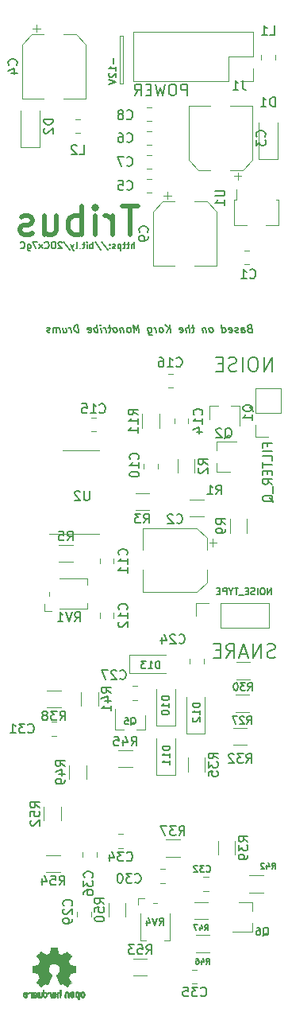
<source format=gbr>
%TF.GenerationSoftware,KiCad,Pcbnew,(5.1.9-0-10_14)*%
%TF.CreationDate,2021-04-20T22:51:25+02:00*%
%TF.ProjectId,tribus,74726962-7573-42e6-9b69-6361645f7063,rev?*%
%TF.SameCoordinates,Original*%
%TF.FileFunction,Legend,Bot*%
%TF.FilePolarity,Positive*%
%FSLAX46Y46*%
G04 Gerber Fmt 4.6, Leading zero omitted, Abs format (unit mm)*
G04 Created by KiCad (PCBNEW (5.1.9-0-10_14)) date 2021-04-20 22:51:25*
%MOMM*%
%LPD*%
G01*
G04 APERTURE LIST*
%ADD10C,0.150000*%
%ADD11C,0.175000*%
%ADD12C,0.500000*%
%ADD13C,0.120000*%
%ADD14C,0.010000*%
G04 APERTURE END LIST*
D10*
X25936711Y-32962857D02*
X25827187Y-33000952D01*
X25793854Y-33039047D01*
X25765282Y-33115238D01*
X25779568Y-33229523D01*
X25827187Y-33305714D01*
X25870044Y-33343809D01*
X25950997Y-33381904D01*
X26255758Y-33381904D01*
X26155758Y-32581904D01*
X25889092Y-32581904D01*
X25817663Y-32620000D01*
X25784330Y-32658095D01*
X25755758Y-32734285D01*
X25765282Y-32810476D01*
X25812901Y-32886666D01*
X25855758Y-32924761D01*
X25936711Y-32962857D01*
X26203377Y-32962857D01*
X25112901Y-33381904D02*
X25060520Y-32962857D01*
X25089092Y-32886666D01*
X25160520Y-32848571D01*
X25312901Y-32848571D01*
X25393854Y-32886666D01*
X25108139Y-33343809D02*
X25189092Y-33381904D01*
X25379568Y-33381904D01*
X25450997Y-33343809D01*
X25479568Y-33267619D01*
X25470044Y-33191428D01*
X25422425Y-33115238D01*
X25341473Y-33077142D01*
X25150997Y-33077142D01*
X25070044Y-33039047D01*
X24765282Y-33343809D02*
X24693854Y-33381904D01*
X24541473Y-33381904D01*
X24460520Y-33343809D01*
X24412901Y-33267619D01*
X24408139Y-33229523D01*
X24436711Y-33153333D01*
X24508139Y-33115238D01*
X24622425Y-33115238D01*
X24693854Y-33077142D01*
X24722425Y-33000952D01*
X24717663Y-32962857D01*
X24670044Y-32886666D01*
X24589092Y-32848571D01*
X24474806Y-32848571D01*
X24403377Y-32886666D01*
X23774806Y-33343809D02*
X23855758Y-33381904D01*
X24008139Y-33381904D01*
X24079568Y-33343809D01*
X24108139Y-33267619D01*
X24070044Y-32962857D01*
X24022425Y-32886666D01*
X23941473Y-32848571D01*
X23789092Y-32848571D01*
X23717663Y-32886666D01*
X23689092Y-32962857D01*
X23698616Y-33039047D01*
X24089092Y-33115238D01*
X23055758Y-33381904D02*
X22955758Y-32581904D01*
X23050997Y-33343809D02*
X23131949Y-33381904D01*
X23284330Y-33381904D01*
X23355758Y-33343809D01*
X23389092Y-33305714D01*
X23417663Y-33229523D01*
X23389092Y-33000952D01*
X23341473Y-32924761D01*
X23298616Y-32886666D01*
X23217663Y-32848571D01*
X23065282Y-32848571D01*
X22993854Y-32886666D01*
X21950997Y-33381904D02*
X22022425Y-33343809D01*
X22055758Y-33305714D01*
X22084330Y-33229523D01*
X22055758Y-33000952D01*
X22008139Y-32924761D01*
X21965282Y-32886666D01*
X21884330Y-32848571D01*
X21770044Y-32848571D01*
X21698616Y-32886666D01*
X21665282Y-32924761D01*
X21636711Y-33000952D01*
X21665282Y-33229523D01*
X21712901Y-33305714D01*
X21755758Y-33343809D01*
X21836711Y-33381904D01*
X21950997Y-33381904D01*
X21274806Y-32848571D02*
X21341473Y-33381904D01*
X21284330Y-32924761D02*
X21241473Y-32886666D01*
X21160520Y-32848571D01*
X21046235Y-32848571D01*
X20974806Y-32886666D01*
X20946235Y-32962857D01*
X20998616Y-33381904D01*
X20055758Y-32848571D02*
X19750997Y-32848571D01*
X19908139Y-32581904D02*
X19993854Y-33267619D01*
X19965282Y-33343809D01*
X19893854Y-33381904D01*
X19817663Y-33381904D01*
X19550997Y-33381904D02*
X19450997Y-32581904D01*
X19208139Y-33381904D02*
X19155758Y-32962857D01*
X19184330Y-32886666D01*
X19255758Y-32848571D01*
X19370044Y-32848571D01*
X19450997Y-32886666D01*
X19493854Y-32924761D01*
X18517663Y-33343809D02*
X18598616Y-33381904D01*
X18750997Y-33381904D01*
X18822425Y-33343809D01*
X18850997Y-33267619D01*
X18812901Y-32962857D01*
X18765282Y-32886666D01*
X18684330Y-32848571D01*
X18531949Y-32848571D01*
X18460520Y-32886666D01*
X18431949Y-32962857D01*
X18441473Y-33039047D01*
X18831949Y-33115238D01*
X17531949Y-33381904D02*
X17431949Y-32581904D01*
X17074806Y-33381904D02*
X17360520Y-32924761D01*
X16974806Y-32581904D02*
X17489092Y-33039047D01*
X16617663Y-33381904D02*
X16689092Y-33343809D01*
X16722425Y-33305714D01*
X16750997Y-33229523D01*
X16722425Y-33000952D01*
X16674806Y-32924761D01*
X16631949Y-32886666D01*
X16550997Y-32848571D01*
X16436711Y-32848571D01*
X16365282Y-32886666D01*
X16331949Y-32924761D01*
X16303377Y-33000952D01*
X16331949Y-33229523D01*
X16379568Y-33305714D01*
X16422425Y-33343809D01*
X16503377Y-33381904D01*
X16617663Y-33381904D01*
X16008139Y-33381904D02*
X15941473Y-32848571D01*
X15960520Y-33000952D02*
X15912901Y-32924761D01*
X15870044Y-32886666D01*
X15789092Y-32848571D01*
X15712901Y-32848571D01*
X15103377Y-32848571D02*
X15184330Y-33496190D01*
X15231949Y-33572380D01*
X15274806Y-33610476D01*
X15355758Y-33648571D01*
X15470044Y-33648571D01*
X15541473Y-33610476D01*
X15165282Y-33343809D02*
X15246235Y-33381904D01*
X15398616Y-33381904D01*
X15470044Y-33343809D01*
X15503377Y-33305714D01*
X15531949Y-33229523D01*
X15503377Y-33000952D01*
X15455758Y-32924761D01*
X15412901Y-32886666D01*
X15331949Y-32848571D01*
X15179568Y-32848571D01*
X15108139Y-32886666D01*
X14179568Y-33381904D02*
X14079568Y-32581904D01*
X13884330Y-33153333D01*
X13546235Y-32581904D01*
X13646235Y-33381904D01*
X13150997Y-33381904D02*
X13222425Y-33343809D01*
X13255758Y-33305714D01*
X13284330Y-33229523D01*
X13255758Y-33000952D01*
X13208139Y-32924761D01*
X13165282Y-32886666D01*
X13084330Y-32848571D01*
X12970044Y-32848571D01*
X12898616Y-32886666D01*
X12865282Y-32924761D01*
X12836711Y-33000952D01*
X12865282Y-33229523D01*
X12912901Y-33305714D01*
X12955758Y-33343809D01*
X13036711Y-33381904D01*
X13150997Y-33381904D01*
X12474806Y-32848571D02*
X12541473Y-33381904D01*
X12484330Y-32924761D02*
X12441473Y-32886666D01*
X12360520Y-32848571D01*
X12246235Y-32848571D01*
X12174806Y-32886666D01*
X12146235Y-32962857D01*
X12198616Y-33381904D01*
X11703377Y-33381904D02*
X11774806Y-33343809D01*
X11808139Y-33305714D01*
X11836711Y-33229523D01*
X11808139Y-33000952D01*
X11760520Y-32924761D01*
X11717663Y-32886666D01*
X11636711Y-32848571D01*
X11522425Y-32848571D01*
X11450997Y-32886666D01*
X11417663Y-32924761D01*
X11389092Y-33000952D01*
X11417663Y-33229523D01*
X11465282Y-33305714D01*
X11508139Y-33343809D01*
X11589092Y-33381904D01*
X11703377Y-33381904D01*
X11141473Y-32848571D02*
X10836711Y-32848571D01*
X10993854Y-32581904D02*
X11079568Y-33267619D01*
X11050997Y-33343809D01*
X10979568Y-33381904D01*
X10903377Y-33381904D01*
X10636711Y-33381904D02*
X10570044Y-32848571D01*
X10589092Y-33000952D02*
X10541473Y-32924761D01*
X10498616Y-32886666D01*
X10417663Y-32848571D01*
X10341473Y-32848571D01*
X10141473Y-33381904D02*
X10074806Y-32848571D01*
X10041473Y-32581904D02*
X10084330Y-32620000D01*
X10050997Y-32658095D01*
X10008139Y-32620000D01*
X10041473Y-32581904D01*
X10050997Y-32658095D01*
X9760520Y-33381904D02*
X9660520Y-32581904D01*
X9698616Y-32886666D02*
X9617663Y-32848571D01*
X9465282Y-32848571D01*
X9393854Y-32886666D01*
X9360520Y-32924761D01*
X9331949Y-33000952D01*
X9360520Y-33229523D01*
X9408139Y-33305714D01*
X9450997Y-33343809D01*
X9531949Y-33381904D01*
X9684330Y-33381904D01*
X9755758Y-33343809D01*
X8727187Y-33343809D02*
X8808139Y-33381904D01*
X8960520Y-33381904D01*
X9031949Y-33343809D01*
X9060520Y-33267619D01*
X9022425Y-32962857D01*
X8974806Y-32886666D01*
X8893854Y-32848571D01*
X8741473Y-32848571D01*
X8670044Y-32886666D01*
X8641473Y-32962857D01*
X8650997Y-33039047D01*
X9041473Y-33115238D01*
X7741473Y-33381904D02*
X7641473Y-32581904D01*
X7450997Y-32581904D01*
X7341473Y-32620000D01*
X7274806Y-32696190D01*
X7246235Y-32772380D01*
X7227187Y-32924761D01*
X7241473Y-33039047D01*
X7298616Y-33191428D01*
X7346235Y-33267619D01*
X7431949Y-33343809D01*
X7550997Y-33381904D01*
X7741473Y-33381904D01*
X6941473Y-33381904D02*
X6874806Y-32848571D01*
X6893854Y-33000952D02*
X6846235Y-32924761D01*
X6803377Y-32886666D01*
X6722425Y-32848571D01*
X6646235Y-32848571D01*
X6036711Y-32848571D02*
X6103377Y-33381904D01*
X6379568Y-32848571D02*
X6431949Y-33267619D01*
X6403377Y-33343809D01*
X6331949Y-33381904D01*
X6217663Y-33381904D01*
X6136711Y-33343809D01*
X6093854Y-33305714D01*
X5722425Y-33381904D02*
X5655758Y-32848571D01*
X5665282Y-32924761D02*
X5622425Y-32886666D01*
X5541473Y-32848571D01*
X5427187Y-32848571D01*
X5355758Y-32886666D01*
X5327187Y-32962857D01*
X5379568Y-33381904D01*
X5327187Y-32962857D02*
X5279568Y-32886666D01*
X5198616Y-32848571D01*
X5084330Y-32848571D01*
X5012901Y-32886666D01*
X4984330Y-32962857D01*
X5036711Y-33381904D01*
X4689092Y-33343809D02*
X4617663Y-33381904D01*
X4465282Y-33381904D01*
X4384330Y-33343809D01*
X4336711Y-33267619D01*
X4331949Y-33229523D01*
X4360520Y-33153333D01*
X4431949Y-33115238D01*
X4546235Y-33115238D01*
X4617663Y-33077142D01*
X4646235Y-33000952D01*
X4641473Y-32962857D01*
X4593854Y-32886666D01*
X4512901Y-32848571D01*
X4398616Y-32848571D01*
X4327187Y-32886666D01*
D11*
X13670000Y-24446666D02*
X13670000Y-23746666D01*
X13370000Y-24446666D02*
X13370000Y-24080000D01*
X13403333Y-24013333D01*
X13470000Y-23980000D01*
X13570000Y-23980000D01*
X13636666Y-24013333D01*
X13670000Y-24046666D01*
X13136666Y-23980000D02*
X12870000Y-23980000D01*
X13036666Y-23746666D02*
X13036666Y-24346666D01*
X13003333Y-24413333D01*
X12936666Y-24446666D01*
X12870000Y-24446666D01*
X12736666Y-23980000D02*
X12470000Y-23980000D01*
X12636666Y-23746666D02*
X12636666Y-24346666D01*
X12603333Y-24413333D01*
X12536666Y-24446666D01*
X12470000Y-24446666D01*
X12236666Y-23980000D02*
X12236666Y-24680000D01*
X12236666Y-24013333D02*
X12170000Y-23980000D01*
X12036666Y-23980000D01*
X11970000Y-24013333D01*
X11936666Y-24046666D01*
X11903333Y-24113333D01*
X11903333Y-24313333D01*
X11936666Y-24380000D01*
X11970000Y-24413333D01*
X12036666Y-24446666D01*
X12170000Y-24446666D01*
X12236666Y-24413333D01*
X11636666Y-24413333D02*
X11570000Y-24446666D01*
X11436666Y-24446666D01*
X11370000Y-24413333D01*
X11336666Y-24346666D01*
X11336666Y-24313333D01*
X11370000Y-24246666D01*
X11436666Y-24213333D01*
X11536666Y-24213333D01*
X11603333Y-24180000D01*
X11636666Y-24113333D01*
X11636666Y-24080000D01*
X11603333Y-24013333D01*
X11536666Y-23980000D01*
X11436666Y-23980000D01*
X11370000Y-24013333D01*
X11036666Y-24380000D02*
X11003333Y-24413333D01*
X11036666Y-24446666D01*
X11070000Y-24413333D01*
X11036666Y-24380000D01*
X11036666Y-24446666D01*
X11036666Y-24013333D02*
X11003333Y-24046666D01*
X11036666Y-24080000D01*
X11070000Y-24046666D01*
X11036666Y-24013333D01*
X11036666Y-24080000D01*
X10203333Y-23713333D02*
X10803333Y-24613333D01*
X9469999Y-23713333D02*
X10070000Y-24613333D01*
X9236666Y-24446666D02*
X9236666Y-23746666D01*
X9236666Y-24013333D02*
X9170000Y-23980000D01*
X9036666Y-23980000D01*
X8970000Y-24013333D01*
X8936666Y-24046666D01*
X8903333Y-24113333D01*
X8903333Y-24313333D01*
X8936666Y-24380000D01*
X8970000Y-24413333D01*
X9036666Y-24446666D01*
X9170000Y-24446666D01*
X9236666Y-24413333D01*
X8603333Y-24446666D02*
X8603333Y-23980000D01*
X8603333Y-23746666D02*
X8636666Y-23780000D01*
X8603333Y-23813333D01*
X8570000Y-23780000D01*
X8603333Y-23746666D01*
X8603333Y-23813333D01*
X8369999Y-23980000D02*
X8103333Y-23980000D01*
X8269999Y-23746666D02*
X8269999Y-24346666D01*
X8236666Y-24413333D01*
X8169999Y-24446666D01*
X8103333Y-24446666D01*
X7869999Y-24380000D02*
X7836666Y-24413333D01*
X7869999Y-24446666D01*
X7903333Y-24413333D01*
X7869999Y-24380000D01*
X7869999Y-24446666D01*
X7436666Y-24446666D02*
X7503333Y-24413333D01*
X7536666Y-24346666D01*
X7536666Y-23746666D01*
X7236666Y-23980000D02*
X7069999Y-24446666D01*
X6903333Y-23980000D02*
X7069999Y-24446666D01*
X7136666Y-24613333D01*
X7169999Y-24646666D01*
X7236666Y-24680000D01*
X6136666Y-23713333D02*
X6736666Y-24613333D01*
X5936666Y-23813333D02*
X5903333Y-23780000D01*
X5836666Y-23746666D01*
X5670000Y-23746666D01*
X5603333Y-23780000D01*
X5570000Y-23813333D01*
X5536666Y-23880000D01*
X5536666Y-23946666D01*
X5570000Y-24046666D01*
X5970000Y-24446666D01*
X5536666Y-24446666D01*
X5103333Y-23746666D02*
X4970000Y-23746666D01*
X4903333Y-23780000D01*
X4836666Y-23846666D01*
X4803333Y-23980000D01*
X4803333Y-24213333D01*
X4836666Y-24346666D01*
X4903333Y-24413333D01*
X4970000Y-24446666D01*
X5103333Y-24446666D01*
X5170000Y-24413333D01*
X5236666Y-24346666D01*
X5270000Y-24213333D01*
X5270000Y-23980000D01*
X5236666Y-23846666D01*
X5170000Y-23780000D01*
X5103333Y-23746666D01*
X4103333Y-24380000D02*
X4136666Y-24413333D01*
X4236666Y-24446666D01*
X4303333Y-24446666D01*
X4403333Y-24413333D01*
X4470000Y-24346666D01*
X4503333Y-24280000D01*
X4536666Y-24146666D01*
X4536666Y-24046666D01*
X4503333Y-23913333D01*
X4470000Y-23846666D01*
X4403333Y-23780000D01*
X4303333Y-23746666D01*
X4236666Y-23746666D01*
X4136666Y-23780000D01*
X4103333Y-23813333D01*
X3870000Y-24446666D02*
X3503333Y-23980000D01*
X3870000Y-23980000D02*
X3503333Y-24446666D01*
X3303333Y-23746666D02*
X2836666Y-23746666D01*
X3136666Y-24446666D01*
X2270000Y-23980000D02*
X2270000Y-24546666D01*
X2303333Y-24613333D01*
X2336666Y-24646666D01*
X2403333Y-24680000D01*
X2503333Y-24680000D01*
X2570000Y-24646666D01*
X2270000Y-24413333D02*
X2336666Y-24446666D01*
X2470000Y-24446666D01*
X2536666Y-24413333D01*
X2570000Y-24380000D01*
X2603333Y-24313333D01*
X2603333Y-24113333D01*
X2570000Y-24046666D01*
X2536666Y-24013333D01*
X2470000Y-23980000D01*
X2336666Y-23980000D01*
X2270000Y-24013333D01*
X1536666Y-24380000D02*
X1570000Y-24413333D01*
X1670000Y-24446666D01*
X1736666Y-24446666D01*
X1836666Y-24413333D01*
X1903333Y-24346666D01*
X1936666Y-24280000D01*
X1970000Y-24146666D01*
X1970000Y-24046666D01*
X1936666Y-23913333D01*
X1903333Y-23846666D01*
X1836666Y-23780000D01*
X1736666Y-23746666D01*
X1670000Y-23746666D01*
X1570000Y-23780000D01*
X1536666Y-23813333D01*
D12*
X14048571Y-19947142D02*
X12334285Y-19947142D01*
X13191428Y-22947142D02*
X13191428Y-19947142D01*
X11334285Y-22947142D02*
X11334285Y-20947142D01*
X11334285Y-21518571D02*
X11191428Y-21232857D01*
X11048571Y-21090000D01*
X10762857Y-20947142D01*
X10477142Y-20947142D01*
X9477142Y-22947142D02*
X9477142Y-20947142D01*
X9477142Y-19947142D02*
X9620000Y-20090000D01*
X9477142Y-20232857D01*
X9334285Y-20090000D01*
X9477142Y-19947142D01*
X9477142Y-20232857D01*
X8048571Y-22947142D02*
X8048571Y-19947142D01*
X8048571Y-21090000D02*
X7762857Y-20947142D01*
X7191428Y-20947142D01*
X6905714Y-21090000D01*
X6762857Y-21232857D01*
X6620000Y-21518571D01*
X6620000Y-22375714D01*
X6762857Y-22661428D01*
X6905714Y-22804285D01*
X7191428Y-22947142D01*
X7762857Y-22947142D01*
X8048571Y-22804285D01*
X4048571Y-20947142D02*
X4048571Y-22947142D01*
X5334285Y-20947142D02*
X5334285Y-22518571D01*
X5191428Y-22804285D01*
X4905714Y-22947142D01*
X4477142Y-22947142D01*
X4191428Y-22804285D01*
X4048571Y-22661428D01*
X2762857Y-22804285D02*
X2477142Y-22947142D01*
X1905714Y-22947142D01*
X1620000Y-22804285D01*
X1477142Y-22518571D01*
X1477142Y-22375714D01*
X1620000Y-22090000D01*
X1905714Y-21947142D01*
X2334285Y-21947142D01*
X2620000Y-21804285D01*
X2762857Y-21518571D01*
X2762857Y-21375714D01*
X2620000Y-21090000D01*
X2334285Y-20947142D01*
X1905714Y-20947142D01*
X1620000Y-21090000D01*
D10*
X11423571Y-4188571D02*
X11423571Y-4760000D01*
X11709285Y-5510000D02*
X11709285Y-5081428D01*
X11709285Y-5295714D02*
X10959285Y-5295714D01*
X11066428Y-5224285D01*
X11137857Y-5152857D01*
X11173571Y-5081428D01*
X11030714Y-5795714D02*
X10995000Y-5831428D01*
X10959285Y-5902857D01*
X10959285Y-6081428D01*
X10995000Y-6152857D01*
X11030714Y-6188571D01*
X11102142Y-6224285D01*
X11173571Y-6224285D01*
X11280714Y-6188571D01*
X11709285Y-5760000D01*
X11709285Y-6224285D01*
X10959285Y-6438571D02*
X11709285Y-6688571D01*
X10959285Y-6938571D01*
D13*
X12070000Y-1810000D02*
X12470000Y-1810000D01*
X12070000Y-6910000D02*
X12070000Y-1810000D01*
X12470000Y-6910000D02*
X12070000Y-6910000D01*
X12470000Y-1810000D02*
X12470000Y-6910000D01*
D10*
X19281428Y-8162857D02*
X19281428Y-6962857D01*
X18824285Y-6962857D01*
X18710000Y-7020000D01*
X18652857Y-7077142D01*
X18595714Y-7191428D01*
X18595714Y-7362857D01*
X18652857Y-7477142D01*
X18710000Y-7534285D01*
X18824285Y-7591428D01*
X19281428Y-7591428D01*
X17852857Y-6962857D02*
X17624285Y-6962857D01*
X17510000Y-7020000D01*
X17395714Y-7134285D01*
X17338571Y-7362857D01*
X17338571Y-7762857D01*
X17395714Y-7991428D01*
X17510000Y-8105714D01*
X17624285Y-8162857D01*
X17852857Y-8162857D01*
X17967142Y-8105714D01*
X18081428Y-7991428D01*
X18138571Y-7762857D01*
X18138571Y-7362857D01*
X18081428Y-7134285D01*
X17967142Y-7020000D01*
X17852857Y-6962857D01*
X16938571Y-6962857D02*
X16652857Y-8162857D01*
X16424285Y-7305714D01*
X16195714Y-8162857D01*
X15910000Y-6962857D01*
X15452857Y-7534285D02*
X15052857Y-7534285D01*
X14881428Y-8162857D02*
X15452857Y-8162857D01*
X15452857Y-6962857D01*
X14881428Y-6962857D01*
X13681428Y-8162857D02*
X14081428Y-7591428D01*
X14367142Y-8162857D02*
X14367142Y-6962857D01*
X13910000Y-6962857D01*
X13795714Y-7020000D01*
X13738571Y-7077142D01*
X13681428Y-7191428D01*
X13681428Y-7362857D01*
X13738571Y-7477142D01*
X13795714Y-7534285D01*
X13910000Y-7591428D01*
X14367142Y-7591428D01*
X28685714Y-67917142D02*
X28471428Y-67988571D01*
X28114285Y-67988571D01*
X27971428Y-67917142D01*
X27900000Y-67845714D01*
X27828571Y-67702857D01*
X27828571Y-67560000D01*
X27900000Y-67417142D01*
X27971428Y-67345714D01*
X28114285Y-67274285D01*
X28400000Y-67202857D01*
X28542857Y-67131428D01*
X28614285Y-67060000D01*
X28685714Y-66917142D01*
X28685714Y-66774285D01*
X28614285Y-66631428D01*
X28542857Y-66560000D01*
X28400000Y-66488571D01*
X28042857Y-66488571D01*
X27828571Y-66560000D01*
X27185714Y-67988571D02*
X27185714Y-66488571D01*
X26328571Y-67988571D01*
X26328571Y-66488571D01*
X25685714Y-67560000D02*
X24971428Y-67560000D01*
X25828571Y-67988571D02*
X25328571Y-66488571D01*
X24828571Y-67988571D01*
X23471428Y-67988571D02*
X23971428Y-67274285D01*
X24328571Y-67988571D02*
X24328571Y-66488571D01*
X23757142Y-66488571D01*
X23614285Y-66560000D01*
X23542857Y-66631428D01*
X23471428Y-66774285D01*
X23471428Y-66988571D01*
X23542857Y-67131428D01*
X23614285Y-67202857D01*
X23757142Y-67274285D01*
X24328571Y-67274285D01*
X22828571Y-67202857D02*
X22328571Y-67202857D01*
X22114285Y-67988571D02*
X22828571Y-67988571D01*
X22828571Y-66488571D01*
X22114285Y-66488571D01*
X28364285Y-37508571D02*
X28364285Y-36008571D01*
X27507142Y-37508571D01*
X27507142Y-36008571D01*
X26507142Y-36008571D02*
X26221428Y-36008571D01*
X26078571Y-36080000D01*
X25935714Y-36222857D01*
X25864285Y-36508571D01*
X25864285Y-37008571D01*
X25935714Y-37294285D01*
X26078571Y-37437142D01*
X26221428Y-37508571D01*
X26507142Y-37508571D01*
X26650000Y-37437142D01*
X26792857Y-37294285D01*
X26864285Y-37008571D01*
X26864285Y-36508571D01*
X26792857Y-36222857D01*
X26650000Y-36080000D01*
X26507142Y-36008571D01*
X25221428Y-37508571D02*
X25221428Y-36008571D01*
X24578571Y-37437142D02*
X24364285Y-37508571D01*
X24007142Y-37508571D01*
X23864285Y-37437142D01*
X23792857Y-37365714D01*
X23721428Y-37222857D01*
X23721428Y-37080000D01*
X23792857Y-36937142D01*
X23864285Y-36865714D01*
X24007142Y-36794285D01*
X24292857Y-36722857D01*
X24435714Y-36651428D01*
X24507142Y-36580000D01*
X24578571Y-36437142D01*
X24578571Y-36294285D01*
X24507142Y-36151428D01*
X24435714Y-36080000D01*
X24292857Y-36008571D01*
X23935714Y-36008571D01*
X23721428Y-36080000D01*
X23078571Y-36722857D02*
X22578571Y-36722857D01*
X22364285Y-37508571D02*
X23078571Y-37508571D01*
X23078571Y-36008571D01*
X22364285Y-36008571D01*
D14*
%TO.C,OSHWLOGO*%
G36*
X4976090Y-98842348D02*
G01*
X4897546Y-98842778D01*
X4840702Y-98843942D01*
X4801895Y-98846207D01*
X4777462Y-98849940D01*
X4763738Y-98855506D01*
X4757060Y-98863273D01*
X4753764Y-98873605D01*
X4753444Y-98874943D01*
X4748438Y-98899079D01*
X4739171Y-98946701D01*
X4726608Y-99012741D01*
X4711713Y-99092128D01*
X4695449Y-99179796D01*
X4694881Y-99182875D01*
X4678590Y-99268789D01*
X4663348Y-99344696D01*
X4650139Y-99406045D01*
X4639946Y-99448282D01*
X4633752Y-99466855D01*
X4633457Y-99467184D01*
X4615212Y-99476253D01*
X4577595Y-99491367D01*
X4528729Y-99509262D01*
X4528457Y-99509358D01*
X4466907Y-99532493D01*
X4394343Y-99561965D01*
X4325943Y-99591597D01*
X4322706Y-99593062D01*
X4211298Y-99643626D01*
X3964601Y-99475160D01*
X3888923Y-99423803D01*
X3820369Y-99377889D01*
X3762912Y-99340030D01*
X3720524Y-99312837D01*
X3697175Y-99298921D01*
X3694958Y-99297889D01*
X3677990Y-99302484D01*
X3646299Y-99324655D01*
X3598648Y-99365447D01*
X3533802Y-99425905D01*
X3467603Y-99490227D01*
X3403786Y-99553612D01*
X3346671Y-99611451D01*
X3299695Y-99660175D01*
X3266297Y-99696210D01*
X3249915Y-99715984D01*
X3249306Y-99717002D01*
X3247495Y-99730572D01*
X3254317Y-99752733D01*
X3271460Y-99786478D01*
X3300607Y-99834800D01*
X3343445Y-99900692D01*
X3400552Y-99985517D01*
X3451234Y-100060177D01*
X3496539Y-100127140D01*
X3533850Y-100182516D01*
X3560548Y-100222420D01*
X3574015Y-100242962D01*
X3574863Y-100244356D01*
X3573219Y-100264038D01*
X3560755Y-100302293D01*
X3539952Y-100351889D01*
X3532538Y-100367728D01*
X3500186Y-100438290D01*
X3465672Y-100518353D01*
X3437635Y-100587629D01*
X3417432Y-100639045D01*
X3401385Y-100678119D01*
X3392112Y-100698541D01*
X3390959Y-100700114D01*
X3373904Y-100702721D01*
X3333702Y-100709863D01*
X3275698Y-100720523D01*
X3205237Y-100733685D01*
X3127665Y-100748333D01*
X3048328Y-100763449D01*
X2972569Y-100778018D01*
X2905736Y-100791022D01*
X2853172Y-100801445D01*
X2820224Y-100808270D01*
X2812143Y-100810199D01*
X2803795Y-100814962D01*
X2797494Y-100825718D01*
X2792955Y-100846098D01*
X2789896Y-100879734D01*
X2788033Y-100930255D01*
X2787082Y-101001292D01*
X2786760Y-101096476D01*
X2786743Y-101135492D01*
X2786743Y-101452799D01*
X2862943Y-101467839D01*
X2905337Y-101475995D01*
X2968600Y-101487899D01*
X3045038Y-101502116D01*
X3126957Y-101517210D01*
X3149600Y-101521355D01*
X3225194Y-101536053D01*
X3291047Y-101550505D01*
X3341634Y-101563375D01*
X3371426Y-101573322D01*
X3376388Y-101576287D01*
X3388574Y-101597283D01*
X3406047Y-101637967D01*
X3425423Y-101690322D01*
X3429266Y-101701600D01*
X3454661Y-101771523D01*
X3486183Y-101850418D01*
X3517031Y-101921266D01*
X3517183Y-101921595D01*
X3568553Y-102032733D01*
X3399601Y-102281253D01*
X3230648Y-102529772D01*
X3447571Y-102747058D01*
X3513181Y-102811726D01*
X3573021Y-102868733D01*
X3623733Y-102915033D01*
X3661954Y-102947584D01*
X3684325Y-102963343D01*
X3687534Y-102964343D01*
X3706374Y-102956469D01*
X3744820Y-102934578D01*
X3798670Y-102901267D01*
X3863724Y-102859131D01*
X3934060Y-102811943D01*
X4005445Y-102763810D01*
X4069092Y-102721928D01*
X4120959Y-102688871D01*
X4157005Y-102667218D01*
X4173133Y-102659543D01*
X4192811Y-102666037D01*
X4230125Y-102683150D01*
X4277379Y-102707326D01*
X4282388Y-102710013D01*
X4346023Y-102741927D01*
X4389659Y-102757579D01*
X4416798Y-102757745D01*
X4430943Y-102743204D01*
X4431025Y-102743000D01*
X4438095Y-102725779D01*
X4454958Y-102684899D01*
X4480305Y-102623525D01*
X4512829Y-102544819D01*
X4551222Y-102451947D01*
X4594178Y-102348072D01*
X4635778Y-102247502D01*
X4681496Y-102136516D01*
X4723474Y-102033703D01*
X4760452Y-101942215D01*
X4791173Y-101865201D01*
X4814378Y-101805815D01*
X4828810Y-101767209D01*
X4833257Y-101752800D01*
X4822104Y-101736272D01*
X4792931Y-101709930D01*
X4754029Y-101680887D01*
X4643243Y-101589039D01*
X4556649Y-101483759D01*
X4495284Y-101367266D01*
X4460185Y-101241776D01*
X4452392Y-101109507D01*
X4458057Y-101048457D01*
X4488922Y-100921795D01*
X4542080Y-100809941D01*
X4614233Y-100714001D01*
X4702083Y-100635076D01*
X4802335Y-100574270D01*
X4911690Y-100532687D01*
X5026853Y-100511428D01*
X5144525Y-100511599D01*
X5261410Y-100534301D01*
X5374211Y-100580638D01*
X5479631Y-100651713D01*
X5523632Y-100691911D01*
X5608021Y-100795129D01*
X5666778Y-100907925D01*
X5700296Y-101027010D01*
X5708965Y-101149095D01*
X5693177Y-101270893D01*
X5653322Y-101389116D01*
X5589793Y-101500475D01*
X5502979Y-101601684D01*
X5405971Y-101680887D01*
X5365563Y-101711162D01*
X5337018Y-101737219D01*
X5326743Y-101752825D01*
X5332123Y-101769843D01*
X5347425Y-101810500D01*
X5371388Y-101871642D01*
X5402756Y-101950119D01*
X5440268Y-102042780D01*
X5482667Y-102146472D01*
X5524337Y-102247526D01*
X5570310Y-102358607D01*
X5612893Y-102461541D01*
X5650779Y-102553165D01*
X5682660Y-102630316D01*
X5707229Y-102689831D01*
X5723180Y-102728544D01*
X5729090Y-102743000D01*
X5743052Y-102757685D01*
X5770060Y-102757642D01*
X5813587Y-102742099D01*
X5877110Y-102710284D01*
X5877612Y-102710013D01*
X5925440Y-102685323D01*
X5964103Y-102667338D01*
X5985905Y-102659614D01*
X5986867Y-102659543D01*
X6003279Y-102667378D01*
X6039513Y-102689165D01*
X6091526Y-102722328D01*
X6155275Y-102764291D01*
X6225940Y-102811943D01*
X6297884Y-102860191D01*
X6362726Y-102902151D01*
X6416265Y-102935227D01*
X6454303Y-102956821D01*
X6472467Y-102964343D01*
X6489192Y-102954457D01*
X6522820Y-102926826D01*
X6569990Y-102884495D01*
X6627342Y-102830505D01*
X6691516Y-102767899D01*
X6712503Y-102746983D01*
X6929501Y-102529623D01*
X6764332Y-102287220D01*
X6714136Y-102212781D01*
X6670081Y-102145972D01*
X6634638Y-102090665D01*
X6610281Y-102050729D01*
X6599478Y-102030036D01*
X6599162Y-102028563D01*
X6604857Y-102009058D01*
X6620174Y-101969822D01*
X6642463Y-101917430D01*
X6658107Y-101882355D01*
X6687359Y-101815201D01*
X6714906Y-101747358D01*
X6736263Y-101690034D01*
X6742065Y-101672572D01*
X6758548Y-101625938D01*
X6774660Y-101589905D01*
X6783510Y-101576287D01*
X6803040Y-101567952D01*
X6845666Y-101556137D01*
X6905855Y-101542181D01*
X6978078Y-101527422D01*
X7010400Y-101521355D01*
X7092478Y-101506273D01*
X7171205Y-101491669D01*
X7238891Y-101478980D01*
X7287840Y-101469642D01*
X7297057Y-101467839D01*
X7373257Y-101452799D01*
X7373257Y-101135492D01*
X7373086Y-101031154D01*
X7372384Y-100952213D01*
X7370866Y-100895038D01*
X7368251Y-100855999D01*
X7364254Y-100831465D01*
X7358591Y-100817805D01*
X7350980Y-100811389D01*
X7347857Y-100810199D01*
X7329022Y-100805980D01*
X7287412Y-100797562D01*
X7228370Y-100785961D01*
X7157243Y-100772195D01*
X7079375Y-100757280D01*
X7000113Y-100742232D01*
X6924802Y-100728069D01*
X6858787Y-100715806D01*
X6807413Y-100706461D01*
X6776025Y-100701050D01*
X6769041Y-100700114D01*
X6762715Y-100687596D01*
X6748710Y-100654246D01*
X6729645Y-100606377D01*
X6722366Y-100587629D01*
X6693004Y-100515195D01*
X6658429Y-100435170D01*
X6627463Y-100367728D01*
X6604677Y-100316159D01*
X6589518Y-100273785D01*
X6584458Y-100247834D01*
X6585264Y-100244356D01*
X6595959Y-100227936D01*
X6620380Y-100191417D01*
X6655905Y-100138687D01*
X6699913Y-100073635D01*
X6749783Y-100000151D01*
X6759644Y-99985645D01*
X6817508Y-99899704D01*
X6860044Y-99834261D01*
X6888946Y-99786304D01*
X6905910Y-99752820D01*
X6912633Y-99730795D01*
X6910810Y-99717217D01*
X6910764Y-99717131D01*
X6896414Y-99699297D01*
X6864677Y-99664817D01*
X6818990Y-99617268D01*
X6762796Y-99560222D01*
X6699532Y-99497255D01*
X6692398Y-99490227D01*
X6612670Y-99413020D01*
X6551143Y-99356330D01*
X6506579Y-99319110D01*
X6477743Y-99300315D01*
X6465042Y-99297889D01*
X6446506Y-99308471D01*
X6408039Y-99332916D01*
X6353614Y-99368612D01*
X6287202Y-99412947D01*
X6212775Y-99463311D01*
X6195399Y-99475160D01*
X5948703Y-99643626D01*
X5837294Y-99593062D01*
X5769543Y-99563595D01*
X5696817Y-99533959D01*
X5634297Y-99510330D01*
X5631543Y-99509358D01*
X5582640Y-99491457D01*
X5544943Y-99476320D01*
X5526575Y-99467210D01*
X5526544Y-99467184D01*
X5520715Y-99450717D01*
X5510808Y-99410219D01*
X5497805Y-99350242D01*
X5482691Y-99275340D01*
X5466448Y-99190064D01*
X5465119Y-99182875D01*
X5448825Y-99095014D01*
X5433867Y-99015260D01*
X5421209Y-98948681D01*
X5411814Y-98900347D01*
X5406646Y-98875325D01*
X5406556Y-98874943D01*
X5403411Y-98864299D01*
X5397296Y-98856262D01*
X5384547Y-98850467D01*
X5361500Y-98846547D01*
X5324491Y-98844135D01*
X5269856Y-98842865D01*
X5193933Y-98842371D01*
X5093056Y-98842286D01*
X5080000Y-98842286D01*
X4976090Y-98842348D01*
G37*
X4976090Y-98842348D02*
X4897546Y-98842778D01*
X4840702Y-98843942D01*
X4801895Y-98846207D01*
X4777462Y-98849940D01*
X4763738Y-98855506D01*
X4757060Y-98863273D01*
X4753764Y-98873605D01*
X4753444Y-98874943D01*
X4748438Y-98899079D01*
X4739171Y-98946701D01*
X4726608Y-99012741D01*
X4711713Y-99092128D01*
X4695449Y-99179796D01*
X4694881Y-99182875D01*
X4678590Y-99268789D01*
X4663348Y-99344696D01*
X4650139Y-99406045D01*
X4639946Y-99448282D01*
X4633752Y-99466855D01*
X4633457Y-99467184D01*
X4615212Y-99476253D01*
X4577595Y-99491367D01*
X4528729Y-99509262D01*
X4528457Y-99509358D01*
X4466907Y-99532493D01*
X4394343Y-99561965D01*
X4325943Y-99591597D01*
X4322706Y-99593062D01*
X4211298Y-99643626D01*
X3964601Y-99475160D01*
X3888923Y-99423803D01*
X3820369Y-99377889D01*
X3762912Y-99340030D01*
X3720524Y-99312837D01*
X3697175Y-99298921D01*
X3694958Y-99297889D01*
X3677990Y-99302484D01*
X3646299Y-99324655D01*
X3598648Y-99365447D01*
X3533802Y-99425905D01*
X3467603Y-99490227D01*
X3403786Y-99553612D01*
X3346671Y-99611451D01*
X3299695Y-99660175D01*
X3266297Y-99696210D01*
X3249915Y-99715984D01*
X3249306Y-99717002D01*
X3247495Y-99730572D01*
X3254317Y-99752733D01*
X3271460Y-99786478D01*
X3300607Y-99834800D01*
X3343445Y-99900692D01*
X3400552Y-99985517D01*
X3451234Y-100060177D01*
X3496539Y-100127140D01*
X3533850Y-100182516D01*
X3560548Y-100222420D01*
X3574015Y-100242962D01*
X3574863Y-100244356D01*
X3573219Y-100264038D01*
X3560755Y-100302293D01*
X3539952Y-100351889D01*
X3532538Y-100367728D01*
X3500186Y-100438290D01*
X3465672Y-100518353D01*
X3437635Y-100587629D01*
X3417432Y-100639045D01*
X3401385Y-100678119D01*
X3392112Y-100698541D01*
X3390959Y-100700114D01*
X3373904Y-100702721D01*
X3333702Y-100709863D01*
X3275698Y-100720523D01*
X3205237Y-100733685D01*
X3127665Y-100748333D01*
X3048328Y-100763449D01*
X2972569Y-100778018D01*
X2905736Y-100791022D01*
X2853172Y-100801445D01*
X2820224Y-100808270D01*
X2812143Y-100810199D01*
X2803795Y-100814962D01*
X2797494Y-100825718D01*
X2792955Y-100846098D01*
X2789896Y-100879734D01*
X2788033Y-100930255D01*
X2787082Y-101001292D01*
X2786760Y-101096476D01*
X2786743Y-101135492D01*
X2786743Y-101452799D01*
X2862943Y-101467839D01*
X2905337Y-101475995D01*
X2968600Y-101487899D01*
X3045038Y-101502116D01*
X3126957Y-101517210D01*
X3149600Y-101521355D01*
X3225194Y-101536053D01*
X3291047Y-101550505D01*
X3341634Y-101563375D01*
X3371426Y-101573322D01*
X3376388Y-101576287D01*
X3388574Y-101597283D01*
X3406047Y-101637967D01*
X3425423Y-101690322D01*
X3429266Y-101701600D01*
X3454661Y-101771523D01*
X3486183Y-101850418D01*
X3517031Y-101921266D01*
X3517183Y-101921595D01*
X3568553Y-102032733D01*
X3399601Y-102281253D01*
X3230648Y-102529772D01*
X3447571Y-102747058D01*
X3513181Y-102811726D01*
X3573021Y-102868733D01*
X3623733Y-102915033D01*
X3661954Y-102947584D01*
X3684325Y-102963343D01*
X3687534Y-102964343D01*
X3706374Y-102956469D01*
X3744820Y-102934578D01*
X3798670Y-102901267D01*
X3863724Y-102859131D01*
X3934060Y-102811943D01*
X4005445Y-102763810D01*
X4069092Y-102721928D01*
X4120959Y-102688871D01*
X4157005Y-102667218D01*
X4173133Y-102659543D01*
X4192811Y-102666037D01*
X4230125Y-102683150D01*
X4277379Y-102707326D01*
X4282388Y-102710013D01*
X4346023Y-102741927D01*
X4389659Y-102757579D01*
X4416798Y-102757745D01*
X4430943Y-102743204D01*
X4431025Y-102743000D01*
X4438095Y-102725779D01*
X4454958Y-102684899D01*
X4480305Y-102623525D01*
X4512829Y-102544819D01*
X4551222Y-102451947D01*
X4594178Y-102348072D01*
X4635778Y-102247502D01*
X4681496Y-102136516D01*
X4723474Y-102033703D01*
X4760452Y-101942215D01*
X4791173Y-101865201D01*
X4814378Y-101805815D01*
X4828810Y-101767209D01*
X4833257Y-101752800D01*
X4822104Y-101736272D01*
X4792931Y-101709930D01*
X4754029Y-101680887D01*
X4643243Y-101589039D01*
X4556649Y-101483759D01*
X4495284Y-101367266D01*
X4460185Y-101241776D01*
X4452392Y-101109507D01*
X4458057Y-101048457D01*
X4488922Y-100921795D01*
X4542080Y-100809941D01*
X4614233Y-100714001D01*
X4702083Y-100635076D01*
X4802335Y-100574270D01*
X4911690Y-100532687D01*
X5026853Y-100511428D01*
X5144525Y-100511599D01*
X5261410Y-100534301D01*
X5374211Y-100580638D01*
X5479631Y-100651713D01*
X5523632Y-100691911D01*
X5608021Y-100795129D01*
X5666778Y-100907925D01*
X5700296Y-101027010D01*
X5708965Y-101149095D01*
X5693177Y-101270893D01*
X5653322Y-101389116D01*
X5589793Y-101500475D01*
X5502979Y-101601684D01*
X5405971Y-101680887D01*
X5365563Y-101711162D01*
X5337018Y-101737219D01*
X5326743Y-101752825D01*
X5332123Y-101769843D01*
X5347425Y-101810500D01*
X5371388Y-101871642D01*
X5402756Y-101950119D01*
X5440268Y-102042780D01*
X5482667Y-102146472D01*
X5524337Y-102247526D01*
X5570310Y-102358607D01*
X5612893Y-102461541D01*
X5650779Y-102553165D01*
X5682660Y-102630316D01*
X5707229Y-102689831D01*
X5723180Y-102728544D01*
X5729090Y-102743000D01*
X5743052Y-102757685D01*
X5770060Y-102757642D01*
X5813587Y-102742099D01*
X5877110Y-102710284D01*
X5877612Y-102710013D01*
X5925440Y-102685323D01*
X5964103Y-102667338D01*
X5985905Y-102659614D01*
X5986867Y-102659543D01*
X6003279Y-102667378D01*
X6039513Y-102689165D01*
X6091526Y-102722328D01*
X6155275Y-102764291D01*
X6225940Y-102811943D01*
X6297884Y-102860191D01*
X6362726Y-102902151D01*
X6416265Y-102935227D01*
X6454303Y-102956821D01*
X6472467Y-102964343D01*
X6489192Y-102954457D01*
X6522820Y-102926826D01*
X6569990Y-102884495D01*
X6627342Y-102830505D01*
X6691516Y-102767899D01*
X6712503Y-102746983D01*
X6929501Y-102529623D01*
X6764332Y-102287220D01*
X6714136Y-102212781D01*
X6670081Y-102145972D01*
X6634638Y-102090665D01*
X6610281Y-102050729D01*
X6599478Y-102030036D01*
X6599162Y-102028563D01*
X6604857Y-102009058D01*
X6620174Y-101969822D01*
X6642463Y-101917430D01*
X6658107Y-101882355D01*
X6687359Y-101815201D01*
X6714906Y-101747358D01*
X6736263Y-101690034D01*
X6742065Y-101672572D01*
X6758548Y-101625938D01*
X6774660Y-101589905D01*
X6783510Y-101576287D01*
X6803040Y-101567952D01*
X6845666Y-101556137D01*
X6905855Y-101542181D01*
X6978078Y-101527422D01*
X7010400Y-101521355D01*
X7092478Y-101506273D01*
X7171205Y-101491669D01*
X7238891Y-101478980D01*
X7287840Y-101469642D01*
X7297057Y-101467839D01*
X7373257Y-101452799D01*
X7373257Y-101135492D01*
X7373086Y-101031154D01*
X7372384Y-100952213D01*
X7370866Y-100895038D01*
X7368251Y-100855999D01*
X7364254Y-100831465D01*
X7358591Y-100817805D01*
X7350980Y-100811389D01*
X7347857Y-100810199D01*
X7329022Y-100805980D01*
X7287412Y-100797562D01*
X7228370Y-100785961D01*
X7157243Y-100772195D01*
X7079375Y-100757280D01*
X7000113Y-100742232D01*
X6924802Y-100728069D01*
X6858787Y-100715806D01*
X6807413Y-100706461D01*
X6776025Y-100701050D01*
X6769041Y-100700114D01*
X6762715Y-100687596D01*
X6748710Y-100654246D01*
X6729645Y-100606377D01*
X6722366Y-100587629D01*
X6693004Y-100515195D01*
X6658429Y-100435170D01*
X6627463Y-100367728D01*
X6604677Y-100316159D01*
X6589518Y-100273785D01*
X6584458Y-100247834D01*
X6585264Y-100244356D01*
X6595959Y-100227936D01*
X6620380Y-100191417D01*
X6655905Y-100138687D01*
X6699913Y-100073635D01*
X6749783Y-100000151D01*
X6759644Y-99985645D01*
X6817508Y-99899704D01*
X6860044Y-99834261D01*
X6888946Y-99786304D01*
X6905910Y-99752820D01*
X6912633Y-99730795D01*
X6910810Y-99717217D01*
X6910764Y-99717131D01*
X6896414Y-99699297D01*
X6864677Y-99664817D01*
X6818990Y-99617268D01*
X6762796Y-99560222D01*
X6699532Y-99497255D01*
X6692398Y-99490227D01*
X6612670Y-99413020D01*
X6551143Y-99356330D01*
X6506579Y-99319110D01*
X6477743Y-99300315D01*
X6465042Y-99297889D01*
X6446506Y-99308471D01*
X6408039Y-99332916D01*
X6353614Y-99368612D01*
X6287202Y-99412947D01*
X6212775Y-99463311D01*
X6195399Y-99475160D01*
X5948703Y-99643626D01*
X5837294Y-99593062D01*
X5769543Y-99563595D01*
X5696817Y-99533959D01*
X5634297Y-99510330D01*
X5631543Y-99509358D01*
X5582640Y-99491457D01*
X5544943Y-99476320D01*
X5526575Y-99467210D01*
X5526544Y-99467184D01*
X5520715Y-99450717D01*
X5510808Y-99410219D01*
X5497805Y-99350242D01*
X5482691Y-99275340D01*
X5466448Y-99190064D01*
X5465119Y-99182875D01*
X5448825Y-99095014D01*
X5433867Y-99015260D01*
X5421209Y-98948681D01*
X5411814Y-98900347D01*
X5406646Y-98875325D01*
X5406556Y-98874943D01*
X5403411Y-98864299D01*
X5397296Y-98856262D01*
X5384547Y-98850467D01*
X5361500Y-98846547D01*
X5324491Y-98844135D01*
X5269856Y-98842865D01*
X5193933Y-98842371D01*
X5093056Y-98842286D01*
X5080000Y-98842286D01*
X4976090Y-98842348D01*
G36*
X1926405Y-103566966D02*
G01*
X1868979Y-103604497D01*
X1841281Y-103638096D01*
X1819338Y-103699064D01*
X1817595Y-103747308D01*
X1821543Y-103811816D01*
X1970314Y-103876934D01*
X2042651Y-103910202D01*
X2089916Y-103936964D01*
X2114493Y-103960144D01*
X2118763Y-103982667D01*
X2105111Y-104007455D01*
X2090057Y-104023886D01*
X2046254Y-104050235D01*
X1998611Y-104052081D01*
X1954855Y-104031546D01*
X1922711Y-103990752D01*
X1916962Y-103976347D01*
X1889424Y-103931356D01*
X1857742Y-103912182D01*
X1814286Y-103895779D01*
X1814286Y-103957966D01*
X1818128Y-104000283D01*
X1833177Y-104035969D01*
X1864720Y-104076943D01*
X1869408Y-104082267D01*
X1904494Y-104118720D01*
X1934653Y-104138283D01*
X1972385Y-104147283D01*
X2003665Y-104150230D01*
X2059615Y-104150965D01*
X2099445Y-104141660D01*
X2124292Y-104127846D01*
X2163344Y-104097467D01*
X2190375Y-104064613D01*
X2207483Y-104023294D01*
X2216762Y-103967521D01*
X2220307Y-103891305D01*
X2220590Y-103852622D01*
X2219628Y-103806247D01*
X2131993Y-103806247D01*
X2130977Y-103831126D01*
X2128444Y-103835200D01*
X2111726Y-103829665D01*
X2075751Y-103815017D01*
X2027669Y-103794190D01*
X2017614Y-103789714D01*
X1956848Y-103758814D01*
X1923368Y-103731657D01*
X1916010Y-103706220D01*
X1933609Y-103680481D01*
X1948144Y-103669109D01*
X2000590Y-103646364D01*
X2049678Y-103650122D01*
X2090773Y-103677884D01*
X2119242Y-103727152D01*
X2128369Y-103766257D01*
X2131993Y-103806247D01*
X2219628Y-103806247D01*
X2218715Y-103762249D01*
X2211804Y-103695384D01*
X2198116Y-103646695D01*
X2175904Y-103610849D01*
X2143426Y-103582513D01*
X2129267Y-103573355D01*
X2064947Y-103549507D01*
X1994527Y-103548006D01*
X1926405Y-103566966D01*
G37*
X1926405Y-103566966D02*
X1868979Y-103604497D01*
X1841281Y-103638096D01*
X1819338Y-103699064D01*
X1817595Y-103747308D01*
X1821543Y-103811816D01*
X1970314Y-103876934D01*
X2042651Y-103910202D01*
X2089916Y-103936964D01*
X2114493Y-103960144D01*
X2118763Y-103982667D01*
X2105111Y-104007455D01*
X2090057Y-104023886D01*
X2046254Y-104050235D01*
X1998611Y-104052081D01*
X1954855Y-104031546D01*
X1922711Y-103990752D01*
X1916962Y-103976347D01*
X1889424Y-103931356D01*
X1857742Y-103912182D01*
X1814286Y-103895779D01*
X1814286Y-103957966D01*
X1818128Y-104000283D01*
X1833177Y-104035969D01*
X1864720Y-104076943D01*
X1869408Y-104082267D01*
X1904494Y-104118720D01*
X1934653Y-104138283D01*
X1972385Y-104147283D01*
X2003665Y-104150230D01*
X2059615Y-104150965D01*
X2099445Y-104141660D01*
X2124292Y-104127846D01*
X2163344Y-104097467D01*
X2190375Y-104064613D01*
X2207483Y-104023294D01*
X2216762Y-103967521D01*
X2220307Y-103891305D01*
X2220590Y-103852622D01*
X2219628Y-103806247D01*
X2131993Y-103806247D01*
X2130977Y-103831126D01*
X2128444Y-103835200D01*
X2111726Y-103829665D01*
X2075751Y-103815017D01*
X2027669Y-103794190D01*
X2017614Y-103789714D01*
X1956848Y-103758814D01*
X1923368Y-103731657D01*
X1916010Y-103706220D01*
X1933609Y-103680481D01*
X1948144Y-103669109D01*
X2000590Y-103646364D01*
X2049678Y-103650122D01*
X2090773Y-103677884D01*
X2119242Y-103727152D01*
X2128369Y-103766257D01*
X2131993Y-103806247D01*
X2219628Y-103806247D01*
X2218715Y-103762249D01*
X2211804Y-103695384D01*
X2198116Y-103646695D01*
X2175904Y-103610849D01*
X2143426Y-103582513D01*
X2129267Y-103573355D01*
X2064947Y-103549507D01*
X1994527Y-103548006D01*
X1926405Y-103566966D01*
G36*
X2427400Y-103558752D02*
G01*
X2410052Y-103566334D01*
X2368644Y-103599128D01*
X2333235Y-103646547D01*
X2311336Y-103697151D01*
X2307771Y-103722098D01*
X2319721Y-103756927D01*
X2345933Y-103775357D01*
X2374036Y-103786516D01*
X2386905Y-103788572D01*
X2393171Y-103773649D01*
X2405544Y-103741175D01*
X2410972Y-103726502D01*
X2441410Y-103675744D01*
X2485480Y-103650427D01*
X2541990Y-103651206D01*
X2546175Y-103652203D01*
X2576345Y-103666507D01*
X2598524Y-103694393D01*
X2613673Y-103739287D01*
X2622750Y-103804615D01*
X2626714Y-103893804D01*
X2627086Y-103941261D01*
X2627270Y-104016071D01*
X2628478Y-104067069D01*
X2631691Y-104099471D01*
X2637891Y-104118495D01*
X2648060Y-104129356D01*
X2663181Y-104137272D01*
X2664054Y-104137670D01*
X2693172Y-104149981D01*
X2707597Y-104154514D01*
X2709814Y-104140809D01*
X2711711Y-104102925D01*
X2713153Y-104045715D01*
X2714002Y-103974027D01*
X2714171Y-103921565D01*
X2713308Y-103820047D01*
X2709930Y-103743032D01*
X2702858Y-103686023D01*
X2690912Y-103644526D01*
X2672910Y-103614043D01*
X2647673Y-103590080D01*
X2622753Y-103573355D01*
X2562829Y-103551097D01*
X2493089Y-103546076D01*
X2427400Y-103558752D01*
G37*
X2427400Y-103558752D02*
X2410052Y-103566334D01*
X2368644Y-103599128D01*
X2333235Y-103646547D01*
X2311336Y-103697151D01*
X2307771Y-103722098D01*
X2319721Y-103756927D01*
X2345933Y-103775357D01*
X2374036Y-103786516D01*
X2386905Y-103788572D01*
X2393171Y-103773649D01*
X2405544Y-103741175D01*
X2410972Y-103726502D01*
X2441410Y-103675744D01*
X2485480Y-103650427D01*
X2541990Y-103651206D01*
X2546175Y-103652203D01*
X2576345Y-103666507D01*
X2598524Y-103694393D01*
X2613673Y-103739287D01*
X2622750Y-103804615D01*
X2626714Y-103893804D01*
X2627086Y-103941261D01*
X2627270Y-104016071D01*
X2628478Y-104067069D01*
X2631691Y-104099471D01*
X2637891Y-104118495D01*
X2648060Y-104129356D01*
X2663181Y-104137272D01*
X2664054Y-104137670D01*
X2693172Y-104149981D01*
X2707597Y-104154514D01*
X2709814Y-104140809D01*
X2711711Y-104102925D01*
X2713153Y-104045715D01*
X2714002Y-103974027D01*
X2714171Y-103921565D01*
X2713308Y-103820047D01*
X2709930Y-103743032D01*
X2702858Y-103686023D01*
X2690912Y-103644526D01*
X2672910Y-103614043D01*
X2647673Y-103590080D01*
X2622753Y-103573355D01*
X2562829Y-103551097D01*
X2493089Y-103546076D01*
X2427400Y-103558752D01*
G36*
X2935124Y-103556335D02*
G01*
X2893333Y-103575344D01*
X2860531Y-103598378D01*
X2836497Y-103624133D01*
X2819903Y-103657358D01*
X2809423Y-103702800D01*
X2803729Y-103765207D01*
X2801493Y-103849327D01*
X2801257Y-103904721D01*
X2801257Y-104120826D01*
X2838226Y-104137670D01*
X2867344Y-104149981D01*
X2881769Y-104154514D01*
X2884528Y-104141025D01*
X2886718Y-104104653D01*
X2888058Y-104051542D01*
X2888343Y-104009372D01*
X2889566Y-103948447D01*
X2892864Y-103900115D01*
X2897679Y-103870518D01*
X2901504Y-103864229D01*
X2927217Y-103870652D01*
X2967582Y-103887125D01*
X3014321Y-103909458D01*
X3059155Y-103933457D01*
X3093807Y-103954930D01*
X3109998Y-103969685D01*
X3110062Y-103969845D01*
X3108670Y-103997152D01*
X3096182Y-104023219D01*
X3074257Y-104044392D01*
X3042257Y-104051474D01*
X3014908Y-104050649D01*
X2976174Y-104050042D01*
X2955842Y-104059116D01*
X2943631Y-104083092D01*
X2942091Y-104087613D01*
X2936797Y-104121806D01*
X2950953Y-104142568D01*
X2987852Y-104152462D01*
X3027711Y-104154292D01*
X3099438Y-104140727D01*
X3136568Y-104121355D01*
X3182424Y-104075845D01*
X3206744Y-104019983D01*
X3208927Y-103960957D01*
X3188371Y-103905953D01*
X3157451Y-103871486D01*
X3126580Y-103852189D01*
X3078058Y-103827759D01*
X3021515Y-103802985D01*
X3012090Y-103799199D01*
X2949981Y-103771791D01*
X2914178Y-103747634D01*
X2902663Y-103723619D01*
X2913420Y-103696635D01*
X2931886Y-103675543D01*
X2975531Y-103649572D01*
X3023554Y-103647624D01*
X3067594Y-103667637D01*
X3099291Y-103707551D01*
X3103451Y-103717848D01*
X3127673Y-103755724D01*
X3163035Y-103783842D01*
X3207657Y-103806917D01*
X3207657Y-103741485D01*
X3205031Y-103701506D01*
X3193770Y-103669997D01*
X3168801Y-103636378D01*
X3144831Y-103610484D01*
X3107559Y-103573817D01*
X3078599Y-103554121D01*
X3047495Y-103546220D01*
X3012287Y-103544914D01*
X2935124Y-103556335D01*
G37*
X2935124Y-103556335D02*
X2893333Y-103575344D01*
X2860531Y-103598378D01*
X2836497Y-103624133D01*
X2819903Y-103657358D01*
X2809423Y-103702800D01*
X2803729Y-103765207D01*
X2801493Y-103849327D01*
X2801257Y-103904721D01*
X2801257Y-104120826D01*
X2838226Y-104137670D01*
X2867344Y-104149981D01*
X2881769Y-104154514D01*
X2884528Y-104141025D01*
X2886718Y-104104653D01*
X2888058Y-104051542D01*
X2888343Y-104009372D01*
X2889566Y-103948447D01*
X2892864Y-103900115D01*
X2897679Y-103870518D01*
X2901504Y-103864229D01*
X2927217Y-103870652D01*
X2967582Y-103887125D01*
X3014321Y-103909458D01*
X3059155Y-103933457D01*
X3093807Y-103954930D01*
X3109998Y-103969685D01*
X3110062Y-103969845D01*
X3108670Y-103997152D01*
X3096182Y-104023219D01*
X3074257Y-104044392D01*
X3042257Y-104051474D01*
X3014908Y-104050649D01*
X2976174Y-104050042D01*
X2955842Y-104059116D01*
X2943631Y-104083092D01*
X2942091Y-104087613D01*
X2936797Y-104121806D01*
X2950953Y-104142568D01*
X2987852Y-104152462D01*
X3027711Y-104154292D01*
X3099438Y-104140727D01*
X3136568Y-104121355D01*
X3182424Y-104075845D01*
X3206744Y-104019983D01*
X3208927Y-103960957D01*
X3188371Y-103905953D01*
X3157451Y-103871486D01*
X3126580Y-103852189D01*
X3078058Y-103827759D01*
X3021515Y-103802985D01*
X3012090Y-103799199D01*
X2949981Y-103771791D01*
X2914178Y-103747634D01*
X2902663Y-103723619D01*
X2913420Y-103696635D01*
X2931886Y-103675543D01*
X2975531Y-103649572D01*
X3023554Y-103647624D01*
X3067594Y-103667637D01*
X3099291Y-103707551D01*
X3103451Y-103717848D01*
X3127673Y-103755724D01*
X3163035Y-103783842D01*
X3207657Y-103806917D01*
X3207657Y-103741485D01*
X3205031Y-103701506D01*
X3193770Y-103669997D01*
X3168801Y-103636378D01*
X3144831Y-103610484D01*
X3107559Y-103573817D01*
X3078599Y-103554121D01*
X3047495Y-103546220D01*
X3012287Y-103544914D01*
X2935124Y-103556335D01*
G36*
X3300167Y-103558663D02*
G01*
X3297952Y-103596850D01*
X3296216Y-103654886D01*
X3295101Y-103728180D01*
X3294743Y-103805055D01*
X3294743Y-104065196D01*
X3340674Y-104111127D01*
X3372325Y-104139429D01*
X3400110Y-104150893D01*
X3438085Y-104150168D01*
X3453160Y-104148321D01*
X3500274Y-104142948D01*
X3539244Y-104139869D01*
X3548743Y-104139585D01*
X3580767Y-104141445D01*
X3626568Y-104146114D01*
X3644326Y-104148321D01*
X3687943Y-104151735D01*
X3717255Y-104144320D01*
X3746320Y-104121427D01*
X3756812Y-104111127D01*
X3802743Y-104065196D01*
X3802743Y-103578602D01*
X3765774Y-103561758D01*
X3733941Y-103549282D01*
X3715317Y-103544914D01*
X3710542Y-103558718D01*
X3706079Y-103597286D01*
X3702225Y-103656356D01*
X3699278Y-103731663D01*
X3697857Y-103795286D01*
X3693886Y-104045657D01*
X3659241Y-104050556D01*
X3627732Y-104047131D01*
X3612292Y-104036041D01*
X3607977Y-104015308D01*
X3604292Y-103971145D01*
X3601531Y-103909146D01*
X3599988Y-103834909D01*
X3599765Y-103796706D01*
X3599543Y-103576783D01*
X3553834Y-103560849D01*
X3521482Y-103550015D01*
X3503885Y-103544962D01*
X3503377Y-103544914D01*
X3501612Y-103558648D01*
X3499671Y-103596730D01*
X3497718Y-103654482D01*
X3495916Y-103727227D01*
X3494657Y-103795286D01*
X3490686Y-104045657D01*
X3403600Y-104045657D01*
X3399604Y-103817240D01*
X3395608Y-103588822D01*
X3353153Y-103566868D01*
X3321808Y-103551793D01*
X3303256Y-103544951D01*
X3302721Y-103544914D01*
X3300167Y-103558663D01*
G37*
X3300167Y-103558663D02*
X3297952Y-103596850D01*
X3296216Y-103654886D01*
X3295101Y-103728180D01*
X3294743Y-103805055D01*
X3294743Y-104065196D01*
X3340674Y-104111127D01*
X3372325Y-104139429D01*
X3400110Y-104150893D01*
X3438085Y-104150168D01*
X3453160Y-104148321D01*
X3500274Y-104142948D01*
X3539244Y-104139869D01*
X3548743Y-104139585D01*
X3580767Y-104141445D01*
X3626568Y-104146114D01*
X3644326Y-104148321D01*
X3687943Y-104151735D01*
X3717255Y-104144320D01*
X3746320Y-104121427D01*
X3756812Y-104111127D01*
X3802743Y-104065196D01*
X3802743Y-103578602D01*
X3765774Y-103561758D01*
X3733941Y-103549282D01*
X3715317Y-103544914D01*
X3710542Y-103558718D01*
X3706079Y-103597286D01*
X3702225Y-103656356D01*
X3699278Y-103731663D01*
X3697857Y-103795286D01*
X3693886Y-104045657D01*
X3659241Y-104050556D01*
X3627732Y-104047131D01*
X3612292Y-104036041D01*
X3607977Y-104015308D01*
X3604292Y-103971145D01*
X3601531Y-103909146D01*
X3599988Y-103834909D01*
X3599765Y-103796706D01*
X3599543Y-103576783D01*
X3553834Y-103560849D01*
X3521482Y-103550015D01*
X3503885Y-103544962D01*
X3503377Y-103544914D01*
X3501612Y-103558648D01*
X3499671Y-103596730D01*
X3497718Y-103654482D01*
X3495916Y-103727227D01*
X3494657Y-103795286D01*
X3490686Y-104045657D01*
X3403600Y-104045657D01*
X3399604Y-103817240D01*
X3395608Y-103588822D01*
X3353153Y-103566868D01*
X3321808Y-103551793D01*
X3303256Y-103544951D01*
X3302721Y-103544914D01*
X3300167Y-103558663D01*
G36*
X3889883Y-103665358D02*
G01*
X3890067Y-103773837D01*
X3890781Y-103857287D01*
X3892325Y-103919704D01*
X3894999Y-103965085D01*
X3899106Y-103997429D01*
X3904945Y-104020733D01*
X3912818Y-104038995D01*
X3918779Y-104049418D01*
X3968145Y-104105945D01*
X4030736Y-104141377D01*
X4099987Y-104154090D01*
X4169332Y-104142463D01*
X4210625Y-104121568D01*
X4253975Y-104085422D01*
X4283519Y-104041276D01*
X4301345Y-103983462D01*
X4309537Y-103906313D01*
X4310698Y-103849714D01*
X4310542Y-103845647D01*
X4209143Y-103845647D01*
X4208524Y-103910550D01*
X4205686Y-103953514D01*
X4199160Y-103981622D01*
X4187477Y-104001953D01*
X4173517Y-104017288D01*
X4126635Y-104046890D01*
X4076299Y-104049419D01*
X4028724Y-104024705D01*
X4025021Y-104021356D01*
X4009217Y-104003935D01*
X3999307Y-103983209D01*
X3993942Y-103952362D01*
X3991772Y-103904577D01*
X3991429Y-103851748D01*
X3992173Y-103785381D01*
X3995252Y-103741106D01*
X4001939Y-103712009D01*
X4013504Y-103691173D01*
X4022987Y-103680107D01*
X4067040Y-103652198D01*
X4117776Y-103648843D01*
X4166204Y-103670159D01*
X4175550Y-103678073D01*
X4191460Y-103695647D01*
X4201390Y-103716587D01*
X4206722Y-103747782D01*
X4208837Y-103796122D01*
X4209143Y-103845647D01*
X4310542Y-103845647D01*
X4307190Y-103758568D01*
X4295274Y-103690086D01*
X4272865Y-103638600D01*
X4237876Y-103598443D01*
X4210625Y-103577861D01*
X4161093Y-103555625D01*
X4103684Y-103545304D01*
X4050318Y-103548067D01*
X4020457Y-103559212D01*
X4008739Y-103562383D01*
X4000963Y-103550557D01*
X3995535Y-103518866D01*
X3991429Y-103470593D01*
X3986933Y-103416829D01*
X3980687Y-103384482D01*
X3969324Y-103365985D01*
X3949472Y-103353770D01*
X3937000Y-103348362D01*
X3889829Y-103328601D01*
X3889883Y-103665358D01*
G37*
X3889883Y-103665358D02*
X3890067Y-103773837D01*
X3890781Y-103857287D01*
X3892325Y-103919704D01*
X3894999Y-103965085D01*
X3899106Y-103997429D01*
X3904945Y-104020733D01*
X3912818Y-104038995D01*
X3918779Y-104049418D01*
X3968145Y-104105945D01*
X4030736Y-104141377D01*
X4099987Y-104154090D01*
X4169332Y-104142463D01*
X4210625Y-104121568D01*
X4253975Y-104085422D01*
X4283519Y-104041276D01*
X4301345Y-103983462D01*
X4309537Y-103906313D01*
X4310698Y-103849714D01*
X4310542Y-103845647D01*
X4209143Y-103845647D01*
X4208524Y-103910550D01*
X4205686Y-103953514D01*
X4199160Y-103981622D01*
X4187477Y-104001953D01*
X4173517Y-104017288D01*
X4126635Y-104046890D01*
X4076299Y-104049419D01*
X4028724Y-104024705D01*
X4025021Y-104021356D01*
X4009217Y-104003935D01*
X3999307Y-103983209D01*
X3993942Y-103952362D01*
X3991772Y-103904577D01*
X3991429Y-103851748D01*
X3992173Y-103785381D01*
X3995252Y-103741106D01*
X4001939Y-103712009D01*
X4013504Y-103691173D01*
X4022987Y-103680107D01*
X4067040Y-103652198D01*
X4117776Y-103648843D01*
X4166204Y-103670159D01*
X4175550Y-103678073D01*
X4191460Y-103695647D01*
X4201390Y-103716587D01*
X4206722Y-103747782D01*
X4208837Y-103796122D01*
X4209143Y-103845647D01*
X4310542Y-103845647D01*
X4307190Y-103758568D01*
X4295274Y-103690086D01*
X4272865Y-103638600D01*
X4237876Y-103598443D01*
X4210625Y-103577861D01*
X4161093Y-103555625D01*
X4103684Y-103545304D01*
X4050318Y-103548067D01*
X4020457Y-103559212D01*
X4008739Y-103562383D01*
X4000963Y-103550557D01*
X3995535Y-103518866D01*
X3991429Y-103470593D01*
X3986933Y-103416829D01*
X3980687Y-103384482D01*
X3969324Y-103365985D01*
X3949472Y-103353770D01*
X3937000Y-103348362D01*
X3889829Y-103328601D01*
X3889883Y-103665358D01*
G36*
X4550074Y-103549755D02*
G01*
X4484142Y-103574084D01*
X4430727Y-103617117D01*
X4409836Y-103647409D01*
X4387061Y-103702994D01*
X4387534Y-103743186D01*
X4411438Y-103770217D01*
X4420283Y-103774813D01*
X4458470Y-103789144D01*
X4477972Y-103785472D01*
X4484578Y-103761407D01*
X4484914Y-103748114D01*
X4497008Y-103699210D01*
X4528529Y-103664999D01*
X4572341Y-103648476D01*
X4621305Y-103652634D01*
X4661106Y-103674227D01*
X4674550Y-103686544D01*
X4684079Y-103701487D01*
X4690515Y-103724075D01*
X4694683Y-103759328D01*
X4697403Y-103812266D01*
X4699498Y-103887907D01*
X4700040Y-103911857D01*
X4702019Y-103993790D01*
X4704269Y-104051455D01*
X4707643Y-104089608D01*
X4712994Y-104113004D01*
X4721176Y-104126398D01*
X4733041Y-104134545D01*
X4740638Y-104138144D01*
X4772898Y-104150452D01*
X4791889Y-104154514D01*
X4798164Y-104140948D01*
X4801994Y-104099934D01*
X4803400Y-104030999D01*
X4802402Y-103933669D01*
X4802092Y-103918657D01*
X4799899Y-103829859D01*
X4797307Y-103765019D01*
X4793618Y-103719067D01*
X4788136Y-103686935D01*
X4780165Y-103663553D01*
X4769007Y-103643852D01*
X4763170Y-103635410D01*
X4729704Y-103598057D01*
X4692273Y-103569003D01*
X4687691Y-103566467D01*
X4620574Y-103546443D01*
X4550074Y-103549755D01*
G37*
X4550074Y-103549755D02*
X4484142Y-103574084D01*
X4430727Y-103617117D01*
X4409836Y-103647409D01*
X4387061Y-103702994D01*
X4387534Y-103743186D01*
X4411438Y-103770217D01*
X4420283Y-103774813D01*
X4458470Y-103789144D01*
X4477972Y-103785472D01*
X4484578Y-103761407D01*
X4484914Y-103748114D01*
X4497008Y-103699210D01*
X4528529Y-103664999D01*
X4572341Y-103648476D01*
X4621305Y-103652634D01*
X4661106Y-103674227D01*
X4674550Y-103686544D01*
X4684079Y-103701487D01*
X4690515Y-103724075D01*
X4694683Y-103759328D01*
X4697403Y-103812266D01*
X4699498Y-103887907D01*
X4700040Y-103911857D01*
X4702019Y-103993790D01*
X4704269Y-104051455D01*
X4707643Y-104089608D01*
X4712994Y-104113004D01*
X4721176Y-104126398D01*
X4733041Y-104134545D01*
X4740638Y-104138144D01*
X4772898Y-104150452D01*
X4791889Y-104154514D01*
X4798164Y-104140948D01*
X4801994Y-104099934D01*
X4803400Y-104030999D01*
X4802402Y-103933669D01*
X4802092Y-103918657D01*
X4799899Y-103829859D01*
X4797307Y-103765019D01*
X4793618Y-103719067D01*
X4788136Y-103686935D01*
X4780165Y-103663553D01*
X4769007Y-103643852D01*
X4763170Y-103635410D01*
X4729704Y-103598057D01*
X4692273Y-103569003D01*
X4687691Y-103566467D01*
X4620574Y-103546443D01*
X4550074Y-103549755D01*
G36*
X5040256Y-103550968D02*
G01*
X4983384Y-103572087D01*
X4982733Y-103572493D01*
X4947560Y-103598380D01*
X4921593Y-103628633D01*
X4903330Y-103668058D01*
X4891268Y-103721462D01*
X4883904Y-103793651D01*
X4879736Y-103889432D01*
X4879371Y-103903078D01*
X4874124Y-104108842D01*
X4918284Y-104131678D01*
X4950237Y-104147110D01*
X4969530Y-104154423D01*
X4970422Y-104154514D01*
X4973761Y-104141022D01*
X4976413Y-104104626D01*
X4978044Y-104051452D01*
X4978400Y-104008393D01*
X4978408Y-103938641D01*
X4981597Y-103894837D01*
X4992712Y-103873944D01*
X5016499Y-103872925D01*
X5057704Y-103888741D01*
X5119914Y-103917815D01*
X5165659Y-103941963D01*
X5189187Y-103962913D01*
X5196104Y-103985747D01*
X5196114Y-103986877D01*
X5184701Y-104026212D01*
X5150908Y-104047462D01*
X5099191Y-104050539D01*
X5061939Y-104050006D01*
X5042297Y-104060735D01*
X5030048Y-104086505D01*
X5022998Y-104119337D01*
X5033158Y-104137966D01*
X5036983Y-104140632D01*
X5072999Y-104151340D01*
X5123434Y-104152856D01*
X5175374Y-104145759D01*
X5212178Y-104132788D01*
X5263062Y-104089585D01*
X5291986Y-104029446D01*
X5297714Y-103982462D01*
X5293343Y-103940082D01*
X5277525Y-103905488D01*
X5246203Y-103874763D01*
X5195322Y-103843990D01*
X5120824Y-103809252D01*
X5116286Y-103807288D01*
X5049179Y-103776287D01*
X5007768Y-103750862D01*
X4990019Y-103728014D01*
X4993893Y-103704745D01*
X5017357Y-103678056D01*
X5024373Y-103671914D01*
X5071370Y-103648100D01*
X5120067Y-103649103D01*
X5162478Y-103672451D01*
X5190616Y-103715675D01*
X5193231Y-103724160D01*
X5218692Y-103765308D01*
X5250999Y-103785128D01*
X5297714Y-103804770D01*
X5297714Y-103753950D01*
X5283504Y-103680082D01*
X5241325Y-103612327D01*
X5219376Y-103589661D01*
X5169483Y-103560569D01*
X5106033Y-103547400D01*
X5040256Y-103550968D01*
G37*
X5040256Y-103550968D02*
X4983384Y-103572087D01*
X4982733Y-103572493D01*
X4947560Y-103598380D01*
X4921593Y-103628633D01*
X4903330Y-103668058D01*
X4891268Y-103721462D01*
X4883904Y-103793651D01*
X4879736Y-103889432D01*
X4879371Y-103903078D01*
X4874124Y-104108842D01*
X4918284Y-104131678D01*
X4950237Y-104147110D01*
X4969530Y-104154423D01*
X4970422Y-104154514D01*
X4973761Y-104141022D01*
X4976413Y-104104626D01*
X4978044Y-104051452D01*
X4978400Y-104008393D01*
X4978408Y-103938641D01*
X4981597Y-103894837D01*
X4992712Y-103873944D01*
X5016499Y-103872925D01*
X5057704Y-103888741D01*
X5119914Y-103917815D01*
X5165659Y-103941963D01*
X5189187Y-103962913D01*
X5196104Y-103985747D01*
X5196114Y-103986877D01*
X5184701Y-104026212D01*
X5150908Y-104047462D01*
X5099191Y-104050539D01*
X5061939Y-104050006D01*
X5042297Y-104060735D01*
X5030048Y-104086505D01*
X5022998Y-104119337D01*
X5033158Y-104137966D01*
X5036983Y-104140632D01*
X5072999Y-104151340D01*
X5123434Y-104152856D01*
X5175374Y-104145759D01*
X5212178Y-104132788D01*
X5263062Y-104089585D01*
X5291986Y-104029446D01*
X5297714Y-103982462D01*
X5293343Y-103940082D01*
X5277525Y-103905488D01*
X5246203Y-103874763D01*
X5195322Y-103843990D01*
X5120824Y-103809252D01*
X5116286Y-103807288D01*
X5049179Y-103776287D01*
X5007768Y-103750862D01*
X4990019Y-103728014D01*
X4993893Y-103704745D01*
X5017357Y-103678056D01*
X5024373Y-103671914D01*
X5071370Y-103648100D01*
X5120067Y-103649103D01*
X5162478Y-103672451D01*
X5190616Y-103715675D01*
X5193231Y-103724160D01*
X5218692Y-103765308D01*
X5250999Y-103785128D01*
X5297714Y-103804770D01*
X5297714Y-103753950D01*
X5283504Y-103680082D01*
X5241325Y-103612327D01*
X5219376Y-103589661D01*
X5169483Y-103560569D01*
X5106033Y-103547400D01*
X5040256Y-103550968D01*
G36*
X5704114Y-103451289D02*
G01*
X5699861Y-103510613D01*
X5694975Y-103545572D01*
X5688205Y-103560820D01*
X5678298Y-103561015D01*
X5675086Y-103559195D01*
X5632356Y-103546015D01*
X5576773Y-103546785D01*
X5520263Y-103560333D01*
X5484918Y-103577861D01*
X5448679Y-103605861D01*
X5422187Y-103637549D01*
X5404001Y-103677813D01*
X5392678Y-103731543D01*
X5386778Y-103803626D01*
X5384857Y-103898951D01*
X5384823Y-103917237D01*
X5384800Y-104122646D01*
X5430509Y-104138580D01*
X5462973Y-104149420D01*
X5480785Y-104154468D01*
X5481309Y-104154514D01*
X5483063Y-104140828D01*
X5484556Y-104103076D01*
X5485674Y-104046224D01*
X5486303Y-103975234D01*
X5486400Y-103932073D01*
X5486602Y-103846973D01*
X5487642Y-103785981D01*
X5490169Y-103744177D01*
X5494836Y-103716642D01*
X5502293Y-103698456D01*
X5513189Y-103684698D01*
X5519993Y-103678073D01*
X5566728Y-103651375D01*
X5617728Y-103649375D01*
X5663999Y-103671955D01*
X5672556Y-103680107D01*
X5685107Y-103695436D01*
X5693812Y-103713618D01*
X5699369Y-103739909D01*
X5702474Y-103779562D01*
X5703824Y-103837832D01*
X5704114Y-103918173D01*
X5704114Y-104122646D01*
X5749823Y-104138580D01*
X5782287Y-104149420D01*
X5800099Y-104154468D01*
X5800623Y-104154514D01*
X5801963Y-104140623D01*
X5803172Y-104101439D01*
X5804199Y-104040700D01*
X5804998Y-103962141D01*
X5805519Y-103869498D01*
X5805714Y-103766509D01*
X5805714Y-103369342D01*
X5758543Y-103349444D01*
X5711371Y-103329547D01*
X5704114Y-103451289D01*
G37*
X5704114Y-103451289D02*
X5699861Y-103510613D01*
X5694975Y-103545572D01*
X5688205Y-103560820D01*
X5678298Y-103561015D01*
X5675086Y-103559195D01*
X5632356Y-103546015D01*
X5576773Y-103546785D01*
X5520263Y-103560333D01*
X5484918Y-103577861D01*
X5448679Y-103605861D01*
X5422187Y-103637549D01*
X5404001Y-103677813D01*
X5392678Y-103731543D01*
X5386778Y-103803626D01*
X5384857Y-103898951D01*
X5384823Y-103917237D01*
X5384800Y-104122646D01*
X5430509Y-104138580D01*
X5462973Y-104149420D01*
X5480785Y-104154468D01*
X5481309Y-104154514D01*
X5483063Y-104140828D01*
X5484556Y-104103076D01*
X5485674Y-104046224D01*
X5486303Y-103975234D01*
X5486400Y-103932073D01*
X5486602Y-103846973D01*
X5487642Y-103785981D01*
X5490169Y-103744177D01*
X5494836Y-103716642D01*
X5502293Y-103698456D01*
X5513189Y-103684698D01*
X5519993Y-103678073D01*
X5566728Y-103651375D01*
X5617728Y-103649375D01*
X5663999Y-103671955D01*
X5672556Y-103680107D01*
X5685107Y-103695436D01*
X5693812Y-103713618D01*
X5699369Y-103739909D01*
X5702474Y-103779562D01*
X5703824Y-103837832D01*
X5704114Y-103918173D01*
X5704114Y-104122646D01*
X5749823Y-104138580D01*
X5782287Y-104149420D01*
X5800099Y-104154468D01*
X5800623Y-104154514D01*
X5801963Y-104140623D01*
X5803172Y-104101439D01*
X5804199Y-104040700D01*
X5804998Y-103962141D01*
X5805519Y-103869498D01*
X5805714Y-103766509D01*
X5805714Y-103369342D01*
X5758543Y-103349444D01*
X5711371Y-103329547D01*
X5704114Y-103451289D01*
G36*
X6911697Y-103531239D02*
G01*
X6854473Y-103569735D01*
X6810251Y-103625335D01*
X6783833Y-103696086D01*
X6778490Y-103748162D01*
X6779097Y-103769893D01*
X6784178Y-103786531D01*
X6798145Y-103801437D01*
X6825411Y-103817973D01*
X6870388Y-103839498D01*
X6937489Y-103869374D01*
X6937829Y-103869524D01*
X6999593Y-103897813D01*
X7050241Y-103922933D01*
X7084596Y-103942179D01*
X7097482Y-103952848D01*
X7097486Y-103952934D01*
X7086128Y-103976166D01*
X7059569Y-104001774D01*
X7029077Y-104020221D01*
X7013630Y-104023886D01*
X6971485Y-104011212D01*
X6935192Y-103979471D01*
X6917483Y-103944572D01*
X6900448Y-103918845D01*
X6867078Y-103889546D01*
X6827851Y-103864235D01*
X6793244Y-103850471D01*
X6786007Y-103849714D01*
X6777861Y-103862160D01*
X6777370Y-103893972D01*
X6783357Y-103936866D01*
X6794643Y-103982558D01*
X6810050Y-104022761D01*
X6810829Y-104024322D01*
X6857196Y-104089062D01*
X6917289Y-104133097D01*
X6985535Y-104154711D01*
X7056362Y-104152185D01*
X7124196Y-104123804D01*
X7127212Y-104121808D01*
X7180573Y-104073448D01*
X7215660Y-104010352D01*
X7235078Y-103927387D01*
X7237684Y-103904078D01*
X7242299Y-103794055D01*
X7236767Y-103742748D01*
X7097486Y-103742748D01*
X7095676Y-103774753D01*
X7085778Y-103784093D01*
X7061102Y-103777105D01*
X7022205Y-103760587D01*
X6978725Y-103739881D01*
X6977644Y-103739333D01*
X6940791Y-103719949D01*
X6926000Y-103707013D01*
X6929647Y-103693451D01*
X6945005Y-103675632D01*
X6984077Y-103649845D01*
X7026154Y-103647950D01*
X7063897Y-103666717D01*
X7089966Y-103702915D01*
X7097486Y-103742748D01*
X7236767Y-103742748D01*
X7232806Y-103706027D01*
X7208450Y-103636212D01*
X7174544Y-103587302D01*
X7113347Y-103537878D01*
X7045937Y-103513359D01*
X6977120Y-103511797D01*
X6911697Y-103531239D01*
G37*
X6911697Y-103531239D02*
X6854473Y-103569735D01*
X6810251Y-103625335D01*
X6783833Y-103696086D01*
X6778490Y-103748162D01*
X6779097Y-103769893D01*
X6784178Y-103786531D01*
X6798145Y-103801437D01*
X6825411Y-103817973D01*
X6870388Y-103839498D01*
X6937489Y-103869374D01*
X6937829Y-103869524D01*
X6999593Y-103897813D01*
X7050241Y-103922933D01*
X7084596Y-103942179D01*
X7097482Y-103952848D01*
X7097486Y-103952934D01*
X7086128Y-103976166D01*
X7059569Y-104001774D01*
X7029077Y-104020221D01*
X7013630Y-104023886D01*
X6971485Y-104011212D01*
X6935192Y-103979471D01*
X6917483Y-103944572D01*
X6900448Y-103918845D01*
X6867078Y-103889546D01*
X6827851Y-103864235D01*
X6793244Y-103850471D01*
X6786007Y-103849714D01*
X6777861Y-103862160D01*
X6777370Y-103893972D01*
X6783357Y-103936866D01*
X6794643Y-103982558D01*
X6810050Y-104022761D01*
X6810829Y-104024322D01*
X6857196Y-104089062D01*
X6917289Y-104133097D01*
X6985535Y-104154711D01*
X7056362Y-104152185D01*
X7124196Y-104123804D01*
X7127212Y-104121808D01*
X7180573Y-104073448D01*
X7215660Y-104010352D01*
X7235078Y-103927387D01*
X7237684Y-103904078D01*
X7242299Y-103794055D01*
X7236767Y-103742748D01*
X7097486Y-103742748D01*
X7095676Y-103774753D01*
X7085778Y-103784093D01*
X7061102Y-103777105D01*
X7022205Y-103760587D01*
X6978725Y-103739881D01*
X6977644Y-103739333D01*
X6940791Y-103719949D01*
X6926000Y-103707013D01*
X6929647Y-103693451D01*
X6945005Y-103675632D01*
X6984077Y-103649845D01*
X7026154Y-103647950D01*
X7063897Y-103666717D01*
X7089966Y-103702915D01*
X7097486Y-103742748D01*
X7236767Y-103742748D01*
X7232806Y-103706027D01*
X7208450Y-103636212D01*
X7174544Y-103587302D01*
X7113347Y-103537878D01*
X7045937Y-103513359D01*
X6977120Y-103511797D01*
X6911697Y-103531239D01*
G36*
X8038885Y-103521962D02*
G01*
X7970855Y-103557733D01*
X7920649Y-103615301D01*
X7902815Y-103652312D01*
X7888937Y-103707882D01*
X7881833Y-103778096D01*
X7881160Y-103854727D01*
X7886573Y-103929552D01*
X7897730Y-103994342D01*
X7914286Y-104040873D01*
X7919374Y-104048887D01*
X7979645Y-104108707D01*
X8051231Y-104144535D01*
X8128908Y-104155020D01*
X8207452Y-104138810D01*
X8229311Y-104129092D01*
X8271878Y-104099143D01*
X8309237Y-104059433D01*
X8312768Y-104054397D01*
X8327119Y-104030124D01*
X8336606Y-104004178D01*
X8342210Y-103970022D01*
X8344914Y-103921119D01*
X8345701Y-103850935D01*
X8345714Y-103835200D01*
X8345678Y-103830192D01*
X8200571Y-103830192D01*
X8199727Y-103896430D01*
X8196404Y-103940386D01*
X8189417Y-103968779D01*
X8177584Y-103988325D01*
X8171543Y-103994857D01*
X8136814Y-104019680D01*
X8103097Y-104018548D01*
X8069005Y-103997016D01*
X8048671Y-103974029D01*
X8036629Y-103940478D01*
X8029866Y-103887569D01*
X8029402Y-103881399D01*
X8028248Y-103785513D01*
X8040312Y-103714299D01*
X8065430Y-103668194D01*
X8103440Y-103647635D01*
X8117008Y-103646514D01*
X8152636Y-103652152D01*
X8177006Y-103671686D01*
X8191907Y-103709042D01*
X8199125Y-103768150D01*
X8200571Y-103830192D01*
X8345678Y-103830192D01*
X8345174Y-103760413D01*
X8342904Y-103708159D01*
X8337932Y-103671949D01*
X8329287Y-103645299D01*
X8315995Y-103621722D01*
X8313057Y-103617338D01*
X8263687Y-103558249D01*
X8209891Y-103523947D01*
X8144398Y-103510331D01*
X8122158Y-103509665D01*
X8038885Y-103521962D01*
G37*
X8038885Y-103521962D02*
X7970855Y-103557733D01*
X7920649Y-103615301D01*
X7902815Y-103652312D01*
X7888937Y-103707882D01*
X7881833Y-103778096D01*
X7881160Y-103854727D01*
X7886573Y-103929552D01*
X7897730Y-103994342D01*
X7914286Y-104040873D01*
X7919374Y-104048887D01*
X7979645Y-104108707D01*
X8051231Y-104144535D01*
X8128908Y-104155020D01*
X8207452Y-104138810D01*
X8229311Y-104129092D01*
X8271878Y-104099143D01*
X8309237Y-104059433D01*
X8312768Y-104054397D01*
X8327119Y-104030124D01*
X8336606Y-104004178D01*
X8342210Y-103970022D01*
X8344914Y-103921119D01*
X8345701Y-103850935D01*
X8345714Y-103835200D01*
X8345678Y-103830192D01*
X8200571Y-103830192D01*
X8199727Y-103896430D01*
X8196404Y-103940386D01*
X8189417Y-103968779D01*
X8177584Y-103988325D01*
X8171543Y-103994857D01*
X8136814Y-104019680D01*
X8103097Y-104018548D01*
X8069005Y-103997016D01*
X8048671Y-103974029D01*
X8036629Y-103940478D01*
X8029866Y-103887569D01*
X8029402Y-103881399D01*
X8028248Y-103785513D01*
X8040312Y-103714299D01*
X8065430Y-103668194D01*
X8103440Y-103647635D01*
X8117008Y-103646514D01*
X8152636Y-103652152D01*
X8177006Y-103671686D01*
X8191907Y-103709042D01*
X8199125Y-103768150D01*
X8200571Y-103830192D01*
X8345678Y-103830192D01*
X8345174Y-103760413D01*
X8342904Y-103708159D01*
X8337932Y-103671949D01*
X8329287Y-103645299D01*
X8315995Y-103621722D01*
X8313057Y-103617338D01*
X8263687Y-103558249D01*
X8209891Y-103523947D01*
X8144398Y-103510331D01*
X8122158Y-103509665D01*
X8038885Y-103521962D01*
G36*
X6363907Y-103527780D02*
G01*
X6317328Y-103554723D01*
X6284943Y-103581466D01*
X6261258Y-103609484D01*
X6244941Y-103643748D01*
X6234661Y-103689227D01*
X6229086Y-103750892D01*
X6226884Y-103833711D01*
X6226629Y-103893246D01*
X6226629Y-104112391D01*
X6288314Y-104140044D01*
X6350000Y-104167697D01*
X6357257Y-103927670D01*
X6360256Y-103838028D01*
X6363402Y-103772962D01*
X6367299Y-103728026D01*
X6372553Y-103698770D01*
X6379769Y-103680748D01*
X6389550Y-103669511D01*
X6392688Y-103667079D01*
X6440239Y-103648083D01*
X6488303Y-103655600D01*
X6516914Y-103675543D01*
X6528553Y-103689675D01*
X6536609Y-103708220D01*
X6541729Y-103736334D01*
X6544559Y-103779173D01*
X6545744Y-103841895D01*
X6545943Y-103907261D01*
X6545982Y-103989268D01*
X6547386Y-104047316D01*
X6552086Y-104086465D01*
X6562013Y-104111780D01*
X6579097Y-104128323D01*
X6605268Y-104141156D01*
X6640225Y-104154491D01*
X6678404Y-104169007D01*
X6673859Y-103911389D01*
X6672029Y-103818519D01*
X6669888Y-103749889D01*
X6666819Y-103700711D01*
X6662206Y-103666198D01*
X6655432Y-103641562D01*
X6645881Y-103622016D01*
X6634366Y-103604770D01*
X6578810Y-103549680D01*
X6511020Y-103517822D01*
X6437287Y-103510191D01*
X6363907Y-103527780D01*
G37*
X6363907Y-103527780D02*
X6317328Y-103554723D01*
X6284943Y-103581466D01*
X6261258Y-103609484D01*
X6244941Y-103643748D01*
X6234661Y-103689227D01*
X6229086Y-103750892D01*
X6226884Y-103833711D01*
X6226629Y-103893246D01*
X6226629Y-104112391D01*
X6288314Y-104140044D01*
X6350000Y-104167697D01*
X6357257Y-103927670D01*
X6360256Y-103838028D01*
X6363402Y-103772962D01*
X6367299Y-103728026D01*
X6372553Y-103698770D01*
X6379769Y-103680748D01*
X6389550Y-103669511D01*
X6392688Y-103667079D01*
X6440239Y-103648083D01*
X6488303Y-103655600D01*
X6516914Y-103675543D01*
X6528553Y-103689675D01*
X6536609Y-103708220D01*
X6541729Y-103736334D01*
X6544559Y-103779173D01*
X6545744Y-103841895D01*
X6545943Y-103907261D01*
X6545982Y-103989268D01*
X6547386Y-104047316D01*
X6552086Y-104086465D01*
X6562013Y-104111780D01*
X6579097Y-104128323D01*
X6605268Y-104141156D01*
X6640225Y-104154491D01*
X6678404Y-104169007D01*
X6673859Y-103911389D01*
X6672029Y-103818519D01*
X6669888Y-103749889D01*
X6666819Y-103700711D01*
X6662206Y-103666198D01*
X6655432Y-103641562D01*
X6645881Y-103622016D01*
X6634366Y-103604770D01*
X6578810Y-103549680D01*
X6511020Y-103517822D01*
X6437287Y-103510191D01*
X6363907Y-103527780D01*
G36*
X7480256Y-103519918D02*
G01*
X7424799Y-103547568D01*
X7375852Y-103598480D01*
X7362371Y-103617338D01*
X7347686Y-103642015D01*
X7338158Y-103668816D01*
X7332707Y-103704587D01*
X7330253Y-103756169D01*
X7329714Y-103824267D01*
X7332148Y-103917588D01*
X7340606Y-103987657D01*
X7356826Y-104039931D01*
X7382546Y-104079869D01*
X7419503Y-104112929D01*
X7422218Y-104114886D01*
X7458640Y-104134908D01*
X7502498Y-104144815D01*
X7558276Y-104147257D01*
X7648952Y-104147257D01*
X7648990Y-104235283D01*
X7649834Y-104284308D01*
X7654976Y-104313065D01*
X7668413Y-104330311D01*
X7694142Y-104344808D01*
X7700321Y-104347769D01*
X7729236Y-104361648D01*
X7751624Y-104370414D01*
X7768271Y-104371171D01*
X7779964Y-104361023D01*
X7787490Y-104337073D01*
X7791634Y-104296426D01*
X7793185Y-104236186D01*
X7792929Y-104153455D01*
X7791651Y-104045339D01*
X7791252Y-104013000D01*
X7789815Y-103901524D01*
X7788528Y-103828603D01*
X7649029Y-103828603D01*
X7648245Y-103890499D01*
X7644760Y-103930997D01*
X7636876Y-103957708D01*
X7622895Y-103978244D01*
X7613403Y-103988260D01*
X7574596Y-104017567D01*
X7540237Y-104019952D01*
X7504784Y-103995750D01*
X7503886Y-103994857D01*
X7489461Y-103976153D01*
X7480687Y-103950732D01*
X7476261Y-103911584D01*
X7474882Y-103851697D01*
X7474857Y-103838430D01*
X7478188Y-103755901D01*
X7489031Y-103698691D01*
X7508660Y-103663766D01*
X7538350Y-103648094D01*
X7555509Y-103646514D01*
X7596234Y-103653926D01*
X7624168Y-103678330D01*
X7640983Y-103722980D01*
X7648350Y-103791130D01*
X7649029Y-103828603D01*
X7788528Y-103828603D01*
X7788292Y-103815245D01*
X7786323Y-103750333D01*
X7783550Y-103702958D01*
X7779612Y-103669290D01*
X7774151Y-103645498D01*
X7766808Y-103627753D01*
X7757223Y-103612224D01*
X7753113Y-103606381D01*
X7698595Y-103551185D01*
X7629664Y-103519890D01*
X7549928Y-103511165D01*
X7480256Y-103519918D01*
G37*
X7480256Y-103519918D02*
X7424799Y-103547568D01*
X7375852Y-103598480D01*
X7362371Y-103617338D01*
X7347686Y-103642015D01*
X7338158Y-103668816D01*
X7332707Y-103704587D01*
X7330253Y-103756169D01*
X7329714Y-103824267D01*
X7332148Y-103917588D01*
X7340606Y-103987657D01*
X7356826Y-104039931D01*
X7382546Y-104079869D01*
X7419503Y-104112929D01*
X7422218Y-104114886D01*
X7458640Y-104134908D01*
X7502498Y-104144815D01*
X7558276Y-104147257D01*
X7648952Y-104147257D01*
X7648990Y-104235283D01*
X7649834Y-104284308D01*
X7654976Y-104313065D01*
X7668413Y-104330311D01*
X7694142Y-104344808D01*
X7700321Y-104347769D01*
X7729236Y-104361648D01*
X7751624Y-104370414D01*
X7768271Y-104371171D01*
X7779964Y-104361023D01*
X7787490Y-104337073D01*
X7791634Y-104296426D01*
X7793185Y-104236186D01*
X7792929Y-104153455D01*
X7791651Y-104045339D01*
X7791252Y-104013000D01*
X7789815Y-103901524D01*
X7788528Y-103828603D01*
X7649029Y-103828603D01*
X7648245Y-103890499D01*
X7644760Y-103930997D01*
X7636876Y-103957708D01*
X7622895Y-103978244D01*
X7613403Y-103988260D01*
X7574596Y-104017567D01*
X7540237Y-104019952D01*
X7504784Y-103995750D01*
X7503886Y-103994857D01*
X7489461Y-103976153D01*
X7480687Y-103950732D01*
X7476261Y-103911584D01*
X7474882Y-103851697D01*
X7474857Y-103838430D01*
X7478188Y-103755901D01*
X7489031Y-103698691D01*
X7508660Y-103663766D01*
X7538350Y-103648094D01*
X7555509Y-103646514D01*
X7596234Y-103653926D01*
X7624168Y-103678330D01*
X7640983Y-103722980D01*
X7648350Y-103791130D01*
X7649029Y-103828603D01*
X7788528Y-103828603D01*
X7788292Y-103815245D01*
X7786323Y-103750333D01*
X7783550Y-103702958D01*
X7779612Y-103669290D01*
X7774151Y-103645498D01*
X7766808Y-103627753D01*
X7757223Y-103612224D01*
X7753113Y-103606381D01*
X7698595Y-103551185D01*
X7629664Y-103519890D01*
X7549928Y-103511165D01*
X7480256Y-103519918D01*
D13*
%TO.C,L2*%
X7358748Y-10695000D02*
X7881252Y-10695000D01*
X7358748Y-12165000D02*
X7881252Y-12165000D01*
%TO.C,L1*%
X28675000Y-4391252D02*
X28675000Y-3868748D01*
X27205000Y-4391252D02*
X27205000Y-3868748D01*
%TO.C,C1*%
X25893752Y-24665000D02*
X25371248Y-24665000D01*
X25893752Y-26135000D02*
X25371248Y-26135000D01*
%TO.C,C5*%
X14978748Y-17045000D02*
X15501252Y-17045000D01*
X14978748Y-18515000D02*
X15501252Y-18515000D01*
%TO.C,C6*%
X15501252Y-11965000D02*
X14978748Y-11965000D01*
X15501252Y-13435000D02*
X14978748Y-13435000D01*
%TO.C,C7*%
X14978748Y-15975000D02*
X15501252Y-15975000D01*
X14978748Y-14505000D02*
X15501252Y-14505000D01*
%TO.C,C8*%
X15501252Y-9425000D02*
X14978748Y-9425000D01*
X15501252Y-10895000D02*
X14978748Y-10895000D01*
%TO.C,C10*%
X14665000Y-47861252D02*
X14665000Y-47338748D01*
X16135000Y-47861252D02*
X16135000Y-47338748D01*
%TO.C,C11*%
X11435000Y-57961252D02*
X11435000Y-57438748D01*
X9965000Y-57961252D02*
X9965000Y-57438748D01*
%TO.C,C12*%
X9965000Y-63761252D02*
X9965000Y-63238748D01*
X11435000Y-63761252D02*
X11435000Y-63238748D01*
%TO.C,C14*%
X17965000Y-42538748D02*
X17965000Y-43061252D01*
X19435000Y-42538748D02*
X19435000Y-43061252D01*
%TO.C,C15*%
X9561252Y-42465000D02*
X9038748Y-42465000D01*
X9561252Y-43935000D02*
X9038748Y-43935000D01*
%TO.C,C16*%
X17238748Y-37765000D02*
X17761252Y-37765000D01*
X17238748Y-39235000D02*
X17761252Y-39235000D01*
%TO.C,C24*%
X19585000Y-68608752D02*
X19585000Y-68086248D01*
X21055000Y-68608752D02*
X21055000Y-68086248D01*
%TO.C,C27*%
X13961252Y-72495000D02*
X13438748Y-72495000D01*
X13961252Y-71025000D02*
X13438748Y-71025000D01*
%TO.C,C29*%
X9035000Y-95571252D02*
X9035000Y-95048748D01*
X7565000Y-95571252D02*
X7565000Y-95048748D01*
%TO.C,C30*%
X16961252Y-90475000D02*
X16438748Y-90475000D01*
X16961252Y-91945000D02*
X16438748Y-91945000D01*
%TO.C,C31*%
X5341252Y-74830000D02*
X4818748Y-74830000D01*
X5341252Y-76300000D02*
X4818748Y-76300000D01*
%TO.C,C32*%
X21561252Y-92810000D02*
X21038748Y-92810000D01*
X21561252Y-91340000D02*
X21038748Y-91340000D01*
%TO.C,C34*%
X11938748Y-86775000D02*
X12461252Y-86775000D01*
X11938748Y-88245000D02*
X12461252Y-88245000D01*
%TO.C,C35*%
X19838748Y-101175000D02*
X20361252Y-101175000D01*
X19838748Y-102645000D02*
X20361252Y-102645000D01*
%TO.C,C36*%
X8165000Y-89171252D02*
X8165000Y-88648748D01*
X9635000Y-89171252D02*
X9635000Y-88648748D01*
%TO.C,D10*%
X18000000Y-75210000D02*
X18000000Y-71310000D01*
X16000000Y-75210000D02*
X16000000Y-71310000D01*
X18000000Y-75210000D02*
X16000000Y-75210000D01*
%TO.C,D11*%
X18000000Y-80510000D02*
X16000000Y-80510000D01*
X16000000Y-80510000D02*
X16000000Y-76610000D01*
X18000000Y-80510000D02*
X18000000Y-76610000D01*
%TO.C,D12*%
X21200000Y-76040000D02*
X19200000Y-76040000D01*
X19200000Y-76040000D02*
X19200000Y-72140000D01*
X21200000Y-76040000D02*
X21200000Y-72140000D01*
%TO.C,D13*%
X13150000Y-69660000D02*
X17050000Y-69660000D01*
X13150000Y-67660000D02*
X17050000Y-67660000D01*
X13150000Y-69660000D02*
X13150000Y-67660000D01*
%TO.C,J1*%
X26330000Y-6610000D02*
X26330000Y-5280000D01*
X25000000Y-6610000D02*
X26330000Y-6610000D01*
X26330000Y-4010000D02*
X26330000Y-1410000D01*
X23730000Y-4010000D02*
X26330000Y-4010000D01*
X23730000Y-6610000D02*
X23730000Y-4010000D01*
X26330000Y-1410000D02*
X13510000Y-1410000D01*
X23730000Y-6610000D02*
X13510000Y-6610000D01*
X13510000Y-6610000D02*
X13510000Y-1410000D01*
%TO.C,FILTER_Q*%
X26610000Y-44510000D02*
X27940000Y-44510000D01*
X26610000Y-43180000D02*
X26610000Y-44510000D01*
X26610000Y-41910000D02*
X29270000Y-41910000D01*
X29270000Y-41910000D02*
X29270000Y-39310000D01*
X26610000Y-41910000D02*
X26610000Y-39310000D01*
X26610000Y-39310000D02*
X29270000Y-39310000D01*
%TO.C,NOISE_TYPE*%
X20260000Y-62170000D02*
X20260000Y-63500000D01*
X21590000Y-62170000D02*
X20260000Y-62170000D01*
X22860000Y-62170000D02*
X22860000Y-64830000D01*
X22860000Y-64830000D02*
X28000000Y-64830000D01*
X22860000Y-62170000D02*
X28000000Y-62170000D01*
X28000000Y-62170000D02*
X28000000Y-64830000D01*
%TO.C,Q1*%
X21720000Y-41150000D02*
X21720000Y-42610000D01*
X24880000Y-41150000D02*
X24880000Y-43310000D01*
X24880000Y-41150000D02*
X23950000Y-41150000D01*
X21720000Y-41150000D02*
X22650000Y-41150000D01*
%TO.C,Q2*%
X22440000Y-48180000D02*
X22440000Y-47250000D01*
X22440000Y-45020000D02*
X22440000Y-45950000D01*
X22440000Y-45020000D02*
X24600000Y-45020000D01*
X22440000Y-48180000D02*
X23900000Y-48180000D01*
%TO.C,Q5*%
X14780000Y-75620000D02*
X14780000Y-74160000D01*
X11620000Y-75620000D02*
X11620000Y-73460000D01*
X11620000Y-75620000D02*
X12550000Y-75620000D01*
X14780000Y-75620000D02*
X13850000Y-75620000D01*
%TO.C,Q6*%
X26260000Y-94030000D02*
X26260000Y-94960000D01*
X26260000Y-97190000D02*
X26260000Y-96260000D01*
X26260000Y-97190000D02*
X24100000Y-97190000D01*
X26260000Y-94030000D02*
X24800000Y-94030000D01*
%TO.C,RV1*%
X4100000Y-63000000D02*
X4100000Y-62300000D01*
X4800000Y-63000000D02*
X4100000Y-63000000D01*
X8600000Y-59600000D02*
X8600000Y-60200000D01*
X5700000Y-59600000D02*
X8600000Y-59600000D01*
X8600000Y-62800000D02*
X8600000Y-62200000D01*
X5700000Y-62800000D02*
X8600000Y-62800000D01*
X4600000Y-61400000D02*
X4600000Y-61000000D01*
%TO.C,RV4*%
X15675000Y-94110000D02*
X16075000Y-94110000D01*
X14275000Y-95210000D02*
X14275000Y-98110000D01*
X14275000Y-98110000D02*
X14875000Y-98110000D01*
X17475000Y-95210000D02*
X17475000Y-98110000D01*
X17475000Y-98110000D02*
X16875000Y-98110000D01*
X14075000Y-94310000D02*
X14075000Y-93610000D01*
X14075000Y-93610000D02*
X14775000Y-93610000D01*
%TO.C,U1*%
X29030000Y-19260000D02*
X28800000Y-19260000D01*
X24310000Y-19260000D02*
X24540000Y-19260000D01*
X24310000Y-19260000D02*
X24310000Y-21980000D01*
X24310000Y-21980000D02*
X25620000Y-21980000D01*
X24540000Y-18120000D02*
X24540000Y-19260000D01*
X29030000Y-21980000D02*
X29030000Y-19260000D01*
X27720000Y-21980000D02*
X29030000Y-21980000D01*
%TO.C,U2*%
X8000000Y-45965000D02*
X9950000Y-45965000D01*
X8000000Y-45965000D02*
X6050000Y-45965000D01*
X8000000Y-54835000D02*
X9950000Y-54835000D01*
X8000000Y-54835000D02*
X4550000Y-54835000D01*
%TO.C,D1*%
X28940000Y-14950000D02*
X28940000Y-11050000D01*
X26940000Y-14950000D02*
X26940000Y-11050000D01*
X28940000Y-14950000D02*
X26940000Y-14950000D01*
%TO.C,D2*%
X3540000Y-13680000D02*
X1540000Y-13680000D01*
X1540000Y-13680000D02*
X1540000Y-9780000D01*
X3540000Y-13680000D02*
X3540000Y-9780000D01*
%TO.C,R1*%
X19592936Y-51160000D02*
X21047064Y-51160000D01*
X19592936Y-52980000D02*
X21047064Y-52980000D01*
%TO.C,R2*%
X20110000Y-48327064D02*
X20110000Y-46872936D01*
X18290000Y-48327064D02*
X18290000Y-46872936D01*
%TO.C,R3*%
X13772936Y-52310000D02*
X15227064Y-52310000D01*
X13772936Y-50490000D02*
X15227064Y-50490000D01*
%TO.C,R5*%
X7077064Y-55990000D02*
X5622936Y-55990000D01*
X7077064Y-57810000D02*
X5622936Y-57810000D01*
%TO.C,R9*%
X23855000Y-53247936D02*
X23855000Y-54702064D01*
X25675000Y-53247936D02*
X25675000Y-54702064D01*
%TO.C,R11*%
X14490000Y-42072936D02*
X14490000Y-43527064D01*
X16310000Y-42072936D02*
X16310000Y-43527064D01*
%TO.C,R27*%
X24442936Y-73770000D02*
X25897064Y-73770000D01*
X24442936Y-71950000D02*
X25897064Y-71950000D01*
%TO.C,R30*%
X25997064Y-68450000D02*
X24542936Y-68450000D01*
X25997064Y-70270000D02*
X24542936Y-70270000D01*
%TO.C,R32*%
X25697064Y-77270000D02*
X24242936Y-77270000D01*
X25697064Y-75450000D02*
X24242936Y-75450000D01*
%TO.C,R35*%
X21210000Y-80102064D02*
X21210000Y-78647936D01*
X19390000Y-80102064D02*
X19390000Y-78647936D01*
%TO.C,R37*%
X18507064Y-87355000D02*
X17052936Y-87355000D01*
X18507064Y-89175000D02*
X17052936Y-89175000D01*
%TO.C,R38*%
X4352936Y-71480000D02*
X5807064Y-71480000D01*
X4352936Y-73300000D02*
X5807064Y-73300000D01*
%TO.C,R39*%
X24410000Y-88937064D02*
X24410000Y-87482936D01*
X22590000Y-88937064D02*
X22590000Y-87482936D01*
%TO.C,R41*%
X7980000Y-73117064D02*
X7980000Y-71662936D01*
X9800000Y-73117064D02*
X9800000Y-71662936D01*
%TO.C,R42*%
X25942936Y-91165000D02*
X27397064Y-91165000D01*
X25942936Y-92985000D02*
X27397064Y-92985000D01*
%TO.C,R45*%
X13427064Y-77830000D02*
X11972936Y-77830000D01*
X13427064Y-79650000D02*
X11972936Y-79650000D01*
%TO.C,R46*%
X21682064Y-99335000D02*
X20227936Y-99335000D01*
X21682064Y-97515000D02*
X20227936Y-97515000D01*
%TO.C,R47*%
X20072936Y-94000000D02*
X21527064Y-94000000D01*
X20072936Y-95820000D02*
X21527064Y-95820000D01*
%TO.C,R49*%
X8540000Y-79437936D02*
X8540000Y-80892064D01*
X6720000Y-79437936D02*
X6720000Y-80892064D01*
%TO.C,R50*%
X12710000Y-94082936D02*
X12710000Y-95537064D01*
X10890000Y-94082936D02*
X10890000Y-95537064D01*
%TO.C,R52*%
X4020000Y-83877936D02*
X4020000Y-85332064D01*
X5840000Y-83877936D02*
X5840000Y-85332064D01*
%TO.C,R53*%
X15027064Y-100000000D02*
X13572936Y-100000000D01*
X15027064Y-101820000D02*
X13572936Y-101820000D01*
%TO.C,R54*%
X4272936Y-89000000D02*
X5727064Y-89000000D01*
X4272936Y-90820000D02*
X5727064Y-90820000D01*
%TO.C,C2*%
X14590000Y-61010000D02*
X14590000Y-58660000D01*
X14590000Y-54190000D02*
X14590000Y-56540000D01*
X20345563Y-54190000D02*
X14590000Y-54190000D01*
X20345563Y-61010000D02*
X14590000Y-61010000D01*
X21410000Y-59945563D02*
X21410000Y-58660000D01*
X21410000Y-55254437D02*
X21410000Y-56540000D01*
X21410000Y-55254437D02*
X20345563Y-54190000D01*
X21410000Y-59945563D02*
X20345563Y-61010000D01*
X22437500Y-55752500D02*
X21650000Y-55752500D01*
X22043750Y-55358750D02*
X22043750Y-56146250D01*
%TO.C,C3*%
X25101250Y-16743750D02*
X24313750Y-16743750D01*
X24707500Y-17137500D02*
X24707500Y-16350000D01*
X20514437Y-16110000D02*
X19450000Y-15045563D01*
X25205563Y-16110000D02*
X26270000Y-15045563D01*
X25205563Y-16110000D02*
X23920000Y-16110000D01*
X20514437Y-16110000D02*
X21800000Y-16110000D01*
X19450000Y-15045563D02*
X19450000Y-9290000D01*
X26270000Y-15045563D02*
X26270000Y-9290000D01*
X26270000Y-9290000D02*
X23920000Y-9290000D01*
X19450000Y-9290000D02*
X21800000Y-9290000D01*
%TO.C,C4*%
X8490000Y-8490000D02*
X6140000Y-8490000D01*
X1670000Y-8490000D02*
X4020000Y-8490000D01*
X1670000Y-2734437D02*
X1670000Y-8490000D01*
X8490000Y-2734437D02*
X8490000Y-8490000D01*
X7425563Y-1670000D02*
X6140000Y-1670000D01*
X2734437Y-1670000D02*
X4020000Y-1670000D01*
X2734437Y-1670000D02*
X1670000Y-2734437D01*
X7425563Y-1670000D02*
X8490000Y-2734437D01*
X3232500Y-642500D02*
X3232500Y-1430000D01*
X2838750Y-1036250D02*
X3626250Y-1036250D01*
%TO.C,C9*%
X16808750Y-18816250D02*
X17596250Y-18816250D01*
X17202500Y-18422500D02*
X17202500Y-19210000D01*
X21395563Y-19450000D02*
X22460000Y-20514437D01*
X16704437Y-19450000D02*
X15640000Y-20514437D01*
X16704437Y-19450000D02*
X17990000Y-19450000D01*
X21395563Y-19450000D02*
X20110000Y-19450000D01*
X22460000Y-20514437D02*
X22460000Y-26270000D01*
X15640000Y-20514437D02*
X15640000Y-26270000D01*
X15640000Y-26270000D02*
X17990000Y-26270000D01*
X22460000Y-26270000D02*
X20110000Y-26270000D01*
%TO.C,L2*%
D10*
X7786666Y-14422380D02*
X8262857Y-14422380D01*
X8262857Y-13422380D01*
X7500952Y-13517619D02*
X7453333Y-13470000D01*
X7358095Y-13422380D01*
X7120000Y-13422380D01*
X7024761Y-13470000D01*
X6977142Y-13517619D01*
X6929523Y-13612857D01*
X6929523Y-13708095D01*
X6977142Y-13850952D01*
X7548571Y-14422380D01*
X6929523Y-14422380D01*
%TO.C,L1*%
X28106666Y-1722380D02*
X28582857Y-1722380D01*
X28582857Y-722380D01*
X27249523Y-1722380D02*
X27820952Y-1722380D01*
X27535238Y-1722380D02*
X27535238Y-722380D01*
X27630476Y-865238D01*
X27725714Y-960476D01*
X27820952Y-1008095D01*
%TO.C,C1*%
X25999166Y-27557142D02*
X26046785Y-27604761D01*
X26189642Y-27652380D01*
X26284880Y-27652380D01*
X26427738Y-27604761D01*
X26522976Y-27509523D01*
X26570595Y-27414285D01*
X26618214Y-27223809D01*
X26618214Y-27080952D01*
X26570595Y-26890476D01*
X26522976Y-26795238D01*
X26427738Y-26700000D01*
X26284880Y-26652380D01*
X26189642Y-26652380D01*
X26046785Y-26700000D01*
X25999166Y-26747619D01*
X25046785Y-27652380D02*
X25618214Y-27652380D01*
X25332500Y-27652380D02*
X25332500Y-26652380D01*
X25427738Y-26795238D01*
X25522976Y-26890476D01*
X25618214Y-26938095D01*
%TO.C,C5*%
X12866666Y-18137142D02*
X12914285Y-18184761D01*
X13057142Y-18232380D01*
X13152380Y-18232380D01*
X13295238Y-18184761D01*
X13390476Y-18089523D01*
X13438095Y-17994285D01*
X13485714Y-17803809D01*
X13485714Y-17660952D01*
X13438095Y-17470476D01*
X13390476Y-17375238D01*
X13295238Y-17280000D01*
X13152380Y-17232380D01*
X13057142Y-17232380D01*
X12914285Y-17280000D01*
X12866666Y-17327619D01*
X11961904Y-17232380D02*
X12438095Y-17232380D01*
X12485714Y-17708571D01*
X12438095Y-17660952D01*
X12342857Y-17613333D01*
X12104761Y-17613333D01*
X12009523Y-17660952D01*
X11961904Y-17708571D01*
X11914285Y-17803809D01*
X11914285Y-18041904D01*
X11961904Y-18137142D01*
X12009523Y-18184761D01*
X12104761Y-18232380D01*
X12342857Y-18232380D01*
X12438095Y-18184761D01*
X12485714Y-18137142D01*
%TO.C,C6*%
X12866666Y-13057142D02*
X12914285Y-13104761D01*
X13057142Y-13152380D01*
X13152380Y-13152380D01*
X13295238Y-13104761D01*
X13390476Y-13009523D01*
X13438095Y-12914285D01*
X13485714Y-12723809D01*
X13485714Y-12580952D01*
X13438095Y-12390476D01*
X13390476Y-12295238D01*
X13295238Y-12200000D01*
X13152380Y-12152380D01*
X13057142Y-12152380D01*
X12914285Y-12200000D01*
X12866666Y-12247619D01*
X12009523Y-12152380D02*
X12200000Y-12152380D01*
X12295238Y-12200000D01*
X12342857Y-12247619D01*
X12438095Y-12390476D01*
X12485714Y-12580952D01*
X12485714Y-12961904D01*
X12438095Y-13057142D01*
X12390476Y-13104761D01*
X12295238Y-13152380D01*
X12104761Y-13152380D01*
X12009523Y-13104761D01*
X11961904Y-13057142D01*
X11914285Y-12961904D01*
X11914285Y-12723809D01*
X11961904Y-12628571D01*
X12009523Y-12580952D01*
X12104761Y-12533333D01*
X12295238Y-12533333D01*
X12390476Y-12580952D01*
X12438095Y-12628571D01*
X12485714Y-12723809D01*
%TO.C,C7*%
X12866666Y-15597142D02*
X12914285Y-15644761D01*
X13057142Y-15692380D01*
X13152380Y-15692380D01*
X13295238Y-15644761D01*
X13390476Y-15549523D01*
X13438095Y-15454285D01*
X13485714Y-15263809D01*
X13485714Y-15120952D01*
X13438095Y-14930476D01*
X13390476Y-14835238D01*
X13295238Y-14740000D01*
X13152380Y-14692380D01*
X13057142Y-14692380D01*
X12914285Y-14740000D01*
X12866666Y-14787619D01*
X12533333Y-14692380D02*
X11866666Y-14692380D01*
X12295238Y-15692380D01*
%TO.C,C8*%
X12866666Y-10617142D02*
X12914285Y-10664761D01*
X13057142Y-10712380D01*
X13152380Y-10712380D01*
X13295238Y-10664761D01*
X13390476Y-10569523D01*
X13438095Y-10474285D01*
X13485714Y-10283809D01*
X13485714Y-10140952D01*
X13438095Y-9950476D01*
X13390476Y-9855238D01*
X13295238Y-9760000D01*
X13152380Y-9712380D01*
X13057142Y-9712380D01*
X12914285Y-9760000D01*
X12866666Y-9807619D01*
X12295238Y-10140952D02*
X12390476Y-10093333D01*
X12438095Y-10045714D01*
X12485714Y-9950476D01*
X12485714Y-9902857D01*
X12438095Y-9807619D01*
X12390476Y-9760000D01*
X12295238Y-9712380D01*
X12104761Y-9712380D01*
X12009523Y-9760000D01*
X11961904Y-9807619D01*
X11914285Y-9902857D01*
X11914285Y-9950476D01*
X11961904Y-10045714D01*
X12009523Y-10093333D01*
X12104761Y-10140952D01*
X12295238Y-10140952D01*
X12390476Y-10188571D01*
X12438095Y-10236190D01*
X12485714Y-10331428D01*
X12485714Y-10521904D01*
X12438095Y-10617142D01*
X12390476Y-10664761D01*
X12295238Y-10712380D01*
X12104761Y-10712380D01*
X12009523Y-10664761D01*
X11961904Y-10617142D01*
X11914285Y-10521904D01*
X11914285Y-10331428D01*
X11961904Y-10236190D01*
X12009523Y-10188571D01*
X12104761Y-10140952D01*
%TO.C,C10*%
X14057142Y-46857142D02*
X14104761Y-46809523D01*
X14152380Y-46666666D01*
X14152380Y-46571428D01*
X14104761Y-46428571D01*
X14009523Y-46333333D01*
X13914285Y-46285714D01*
X13723809Y-46238095D01*
X13580952Y-46238095D01*
X13390476Y-46285714D01*
X13295238Y-46333333D01*
X13200000Y-46428571D01*
X13152380Y-46571428D01*
X13152380Y-46666666D01*
X13200000Y-46809523D01*
X13247619Y-46857142D01*
X14152380Y-47809523D02*
X14152380Y-47238095D01*
X14152380Y-47523809D02*
X13152380Y-47523809D01*
X13295238Y-47428571D01*
X13390476Y-47333333D01*
X13438095Y-47238095D01*
X13152380Y-48428571D02*
X13152380Y-48523809D01*
X13200000Y-48619047D01*
X13247619Y-48666666D01*
X13342857Y-48714285D01*
X13533333Y-48761904D01*
X13771428Y-48761904D01*
X13961904Y-48714285D01*
X14057142Y-48666666D01*
X14104761Y-48619047D01*
X14152380Y-48523809D01*
X14152380Y-48428571D01*
X14104761Y-48333333D01*
X14057142Y-48285714D01*
X13961904Y-48238095D01*
X13771428Y-48190476D01*
X13533333Y-48190476D01*
X13342857Y-48238095D01*
X13247619Y-48285714D01*
X13200000Y-48333333D01*
X13152380Y-48428571D01*
%TO.C,C11*%
X12857142Y-57057142D02*
X12904761Y-57009523D01*
X12952380Y-56866666D01*
X12952380Y-56771428D01*
X12904761Y-56628571D01*
X12809523Y-56533333D01*
X12714285Y-56485714D01*
X12523809Y-56438095D01*
X12380952Y-56438095D01*
X12190476Y-56485714D01*
X12095238Y-56533333D01*
X12000000Y-56628571D01*
X11952380Y-56771428D01*
X11952380Y-56866666D01*
X12000000Y-57009523D01*
X12047619Y-57057142D01*
X12952380Y-58009523D02*
X12952380Y-57438095D01*
X12952380Y-57723809D02*
X11952380Y-57723809D01*
X12095238Y-57628571D01*
X12190476Y-57533333D01*
X12238095Y-57438095D01*
X12952380Y-58961904D02*
X12952380Y-58390476D01*
X12952380Y-58676190D02*
X11952380Y-58676190D01*
X12095238Y-58580952D01*
X12190476Y-58485714D01*
X12238095Y-58390476D01*
%TO.C,C12*%
X12857142Y-62857142D02*
X12904761Y-62809523D01*
X12952380Y-62666666D01*
X12952380Y-62571428D01*
X12904761Y-62428571D01*
X12809523Y-62333333D01*
X12714285Y-62285714D01*
X12523809Y-62238095D01*
X12380952Y-62238095D01*
X12190476Y-62285714D01*
X12095238Y-62333333D01*
X12000000Y-62428571D01*
X11952380Y-62571428D01*
X11952380Y-62666666D01*
X12000000Y-62809523D01*
X12047619Y-62857142D01*
X12952380Y-63809523D02*
X12952380Y-63238095D01*
X12952380Y-63523809D02*
X11952380Y-63523809D01*
X12095238Y-63428571D01*
X12190476Y-63333333D01*
X12238095Y-63238095D01*
X12047619Y-64190476D02*
X12000000Y-64238095D01*
X11952380Y-64333333D01*
X11952380Y-64571428D01*
X12000000Y-64666666D01*
X12047619Y-64714285D01*
X12142857Y-64761904D01*
X12238095Y-64761904D01*
X12380952Y-64714285D01*
X12952380Y-64142857D01*
X12952380Y-64761904D01*
%TO.C,C14*%
X20857142Y-42157142D02*
X20904761Y-42109523D01*
X20952380Y-41966666D01*
X20952380Y-41871428D01*
X20904761Y-41728571D01*
X20809523Y-41633333D01*
X20714285Y-41585714D01*
X20523809Y-41538095D01*
X20380952Y-41538095D01*
X20190476Y-41585714D01*
X20095238Y-41633333D01*
X20000000Y-41728571D01*
X19952380Y-41871428D01*
X19952380Y-41966666D01*
X20000000Y-42109523D01*
X20047619Y-42157142D01*
X20952380Y-43109523D02*
X20952380Y-42538095D01*
X20952380Y-42823809D02*
X19952380Y-42823809D01*
X20095238Y-42728571D01*
X20190476Y-42633333D01*
X20238095Y-42538095D01*
X20285714Y-43966666D02*
X20952380Y-43966666D01*
X19904761Y-43728571D02*
X20619047Y-43490476D01*
X20619047Y-44109523D01*
%TO.C,C15*%
X9942857Y-41877142D02*
X9990476Y-41924761D01*
X10133333Y-41972380D01*
X10228571Y-41972380D01*
X10371428Y-41924761D01*
X10466666Y-41829523D01*
X10514285Y-41734285D01*
X10561904Y-41543809D01*
X10561904Y-41400952D01*
X10514285Y-41210476D01*
X10466666Y-41115238D01*
X10371428Y-41020000D01*
X10228571Y-40972380D01*
X10133333Y-40972380D01*
X9990476Y-41020000D01*
X9942857Y-41067619D01*
X8990476Y-41972380D02*
X9561904Y-41972380D01*
X9276190Y-41972380D02*
X9276190Y-40972380D01*
X9371428Y-41115238D01*
X9466666Y-41210476D01*
X9561904Y-41258095D01*
X8085714Y-40972380D02*
X8561904Y-40972380D01*
X8609523Y-41448571D01*
X8561904Y-41400952D01*
X8466666Y-41353333D01*
X8228571Y-41353333D01*
X8133333Y-41400952D01*
X8085714Y-41448571D01*
X8038095Y-41543809D01*
X8038095Y-41781904D01*
X8085714Y-41877142D01*
X8133333Y-41924761D01*
X8228571Y-41972380D01*
X8466666Y-41972380D01*
X8561904Y-41924761D01*
X8609523Y-41877142D01*
%TO.C,C16*%
X18142857Y-36957142D02*
X18190476Y-37004761D01*
X18333333Y-37052380D01*
X18428571Y-37052380D01*
X18571428Y-37004761D01*
X18666666Y-36909523D01*
X18714285Y-36814285D01*
X18761904Y-36623809D01*
X18761904Y-36480952D01*
X18714285Y-36290476D01*
X18666666Y-36195238D01*
X18571428Y-36100000D01*
X18428571Y-36052380D01*
X18333333Y-36052380D01*
X18190476Y-36100000D01*
X18142857Y-36147619D01*
X17190476Y-37052380D02*
X17761904Y-37052380D01*
X17476190Y-37052380D02*
X17476190Y-36052380D01*
X17571428Y-36195238D01*
X17666666Y-36290476D01*
X17761904Y-36338095D01*
X16333333Y-36052380D02*
X16523809Y-36052380D01*
X16619047Y-36100000D01*
X16666666Y-36147619D01*
X16761904Y-36290476D01*
X16809523Y-36480952D01*
X16809523Y-36861904D01*
X16761904Y-36957142D01*
X16714285Y-37004761D01*
X16619047Y-37052380D01*
X16428571Y-37052380D01*
X16333333Y-37004761D01*
X16285714Y-36957142D01*
X16238095Y-36861904D01*
X16238095Y-36623809D01*
X16285714Y-36528571D01*
X16333333Y-36480952D01*
X16428571Y-36433333D01*
X16619047Y-36433333D01*
X16714285Y-36480952D01*
X16761904Y-36528571D01*
X16809523Y-36623809D01*
%TO.C,C24*%
X18422857Y-66397142D02*
X18470476Y-66444761D01*
X18613333Y-66492380D01*
X18708571Y-66492380D01*
X18851428Y-66444761D01*
X18946666Y-66349523D01*
X18994285Y-66254285D01*
X19041904Y-66063809D01*
X19041904Y-65920952D01*
X18994285Y-65730476D01*
X18946666Y-65635238D01*
X18851428Y-65540000D01*
X18708571Y-65492380D01*
X18613333Y-65492380D01*
X18470476Y-65540000D01*
X18422857Y-65587619D01*
X18041904Y-65587619D02*
X17994285Y-65540000D01*
X17899047Y-65492380D01*
X17660952Y-65492380D01*
X17565714Y-65540000D01*
X17518095Y-65587619D01*
X17470476Y-65682857D01*
X17470476Y-65778095D01*
X17518095Y-65920952D01*
X18089523Y-66492380D01*
X17470476Y-66492380D01*
X16613333Y-65825714D02*
X16613333Y-66492380D01*
X16851428Y-65444761D02*
X17089523Y-66159047D01*
X16470476Y-66159047D01*
%TO.C,C27*%
X12142857Y-70217142D02*
X12190476Y-70264761D01*
X12333333Y-70312380D01*
X12428571Y-70312380D01*
X12571428Y-70264761D01*
X12666666Y-70169523D01*
X12714285Y-70074285D01*
X12761904Y-69883809D01*
X12761904Y-69740952D01*
X12714285Y-69550476D01*
X12666666Y-69455238D01*
X12571428Y-69360000D01*
X12428571Y-69312380D01*
X12333333Y-69312380D01*
X12190476Y-69360000D01*
X12142857Y-69407619D01*
X11761904Y-69407619D02*
X11714285Y-69360000D01*
X11619047Y-69312380D01*
X11380952Y-69312380D01*
X11285714Y-69360000D01*
X11238095Y-69407619D01*
X11190476Y-69502857D01*
X11190476Y-69598095D01*
X11238095Y-69740952D01*
X11809523Y-70312380D01*
X11190476Y-70312380D01*
X10857142Y-69312380D02*
X10190476Y-69312380D01*
X10619047Y-70312380D01*
%TO.C,C29*%
X6957142Y-94367142D02*
X7004761Y-94319523D01*
X7052380Y-94176666D01*
X7052380Y-94081428D01*
X7004761Y-93938571D01*
X6909523Y-93843333D01*
X6814285Y-93795714D01*
X6623809Y-93748095D01*
X6480952Y-93748095D01*
X6290476Y-93795714D01*
X6195238Y-93843333D01*
X6100000Y-93938571D01*
X6052380Y-94081428D01*
X6052380Y-94176666D01*
X6100000Y-94319523D01*
X6147619Y-94367142D01*
X6147619Y-94748095D02*
X6100000Y-94795714D01*
X6052380Y-94890952D01*
X6052380Y-95129047D01*
X6100000Y-95224285D01*
X6147619Y-95271904D01*
X6242857Y-95319523D01*
X6338095Y-95319523D01*
X6480952Y-95271904D01*
X7052380Y-94700476D01*
X7052380Y-95319523D01*
X7052380Y-95795714D02*
X7052380Y-95986190D01*
X7004761Y-96081428D01*
X6957142Y-96129047D01*
X6814285Y-96224285D01*
X6623809Y-96271904D01*
X6242857Y-96271904D01*
X6147619Y-96224285D01*
X6100000Y-96176666D01*
X6052380Y-96081428D01*
X6052380Y-95890952D01*
X6100000Y-95795714D01*
X6147619Y-95748095D01*
X6242857Y-95700476D01*
X6480952Y-95700476D01*
X6576190Y-95748095D01*
X6623809Y-95795714D01*
X6671428Y-95890952D01*
X6671428Y-96081428D01*
X6623809Y-96176666D01*
X6576190Y-96224285D01*
X6480952Y-96271904D01*
%TO.C,C30*%
X13742857Y-91867142D02*
X13790476Y-91914761D01*
X13933333Y-91962380D01*
X14028571Y-91962380D01*
X14171428Y-91914761D01*
X14266666Y-91819523D01*
X14314285Y-91724285D01*
X14361904Y-91533809D01*
X14361904Y-91390952D01*
X14314285Y-91200476D01*
X14266666Y-91105238D01*
X14171428Y-91010000D01*
X14028571Y-90962380D01*
X13933333Y-90962380D01*
X13790476Y-91010000D01*
X13742857Y-91057619D01*
X13409523Y-90962380D02*
X12790476Y-90962380D01*
X13123809Y-91343333D01*
X12980952Y-91343333D01*
X12885714Y-91390952D01*
X12838095Y-91438571D01*
X12790476Y-91533809D01*
X12790476Y-91771904D01*
X12838095Y-91867142D01*
X12885714Y-91914761D01*
X12980952Y-91962380D01*
X13266666Y-91962380D01*
X13361904Y-91914761D01*
X13409523Y-91867142D01*
X12171428Y-90962380D02*
X12076190Y-90962380D01*
X11980952Y-91010000D01*
X11933333Y-91057619D01*
X11885714Y-91152857D01*
X11838095Y-91343333D01*
X11838095Y-91581428D01*
X11885714Y-91771904D01*
X11933333Y-91867142D01*
X11980952Y-91914761D01*
X12076190Y-91962380D01*
X12171428Y-91962380D01*
X12266666Y-91914761D01*
X12314285Y-91867142D01*
X12361904Y-91771904D01*
X12409523Y-91581428D01*
X12409523Y-91343333D01*
X12361904Y-91152857D01*
X12314285Y-91057619D01*
X12266666Y-91010000D01*
X12171428Y-90962380D01*
%TO.C,C31*%
X2322857Y-75922142D02*
X2370476Y-75969761D01*
X2513333Y-76017380D01*
X2608571Y-76017380D01*
X2751428Y-75969761D01*
X2846666Y-75874523D01*
X2894285Y-75779285D01*
X2941904Y-75588809D01*
X2941904Y-75445952D01*
X2894285Y-75255476D01*
X2846666Y-75160238D01*
X2751428Y-75065000D01*
X2608571Y-75017380D01*
X2513333Y-75017380D01*
X2370476Y-75065000D01*
X2322857Y-75112619D01*
X1989523Y-75017380D02*
X1370476Y-75017380D01*
X1703809Y-75398333D01*
X1560952Y-75398333D01*
X1465714Y-75445952D01*
X1418095Y-75493571D01*
X1370476Y-75588809D01*
X1370476Y-75826904D01*
X1418095Y-75922142D01*
X1465714Y-75969761D01*
X1560952Y-76017380D01*
X1846666Y-76017380D01*
X1941904Y-75969761D01*
X1989523Y-75922142D01*
X418095Y-76017380D02*
X989523Y-76017380D01*
X703809Y-76017380D02*
X703809Y-75017380D01*
X799047Y-75160238D01*
X894285Y-75255476D01*
X989523Y-75303095D01*
%TO.C,C32*%
X21350000Y-90725000D02*
X21383333Y-90758333D01*
X21483333Y-90791666D01*
X21550000Y-90791666D01*
X21650000Y-90758333D01*
X21716666Y-90691666D01*
X21750000Y-90625000D01*
X21783333Y-90491666D01*
X21783333Y-90391666D01*
X21750000Y-90258333D01*
X21716666Y-90191666D01*
X21650000Y-90125000D01*
X21550000Y-90091666D01*
X21483333Y-90091666D01*
X21383333Y-90125000D01*
X21350000Y-90158333D01*
X21116666Y-90091666D02*
X20683333Y-90091666D01*
X20916666Y-90358333D01*
X20816666Y-90358333D01*
X20750000Y-90391666D01*
X20716666Y-90425000D01*
X20683333Y-90491666D01*
X20683333Y-90658333D01*
X20716666Y-90725000D01*
X20750000Y-90758333D01*
X20816666Y-90791666D01*
X21016666Y-90791666D01*
X21083333Y-90758333D01*
X21116666Y-90725000D01*
X20416666Y-90158333D02*
X20383333Y-90125000D01*
X20316666Y-90091666D01*
X20150000Y-90091666D01*
X20083333Y-90125000D01*
X20050000Y-90158333D01*
X20016666Y-90225000D01*
X20016666Y-90291666D01*
X20050000Y-90391666D01*
X20450000Y-90791666D01*
X20016666Y-90791666D01*
%TO.C,C34*%
X12842857Y-89547142D02*
X12890476Y-89594761D01*
X13033333Y-89642380D01*
X13128571Y-89642380D01*
X13271428Y-89594761D01*
X13366666Y-89499523D01*
X13414285Y-89404285D01*
X13461904Y-89213809D01*
X13461904Y-89070952D01*
X13414285Y-88880476D01*
X13366666Y-88785238D01*
X13271428Y-88690000D01*
X13128571Y-88642380D01*
X13033333Y-88642380D01*
X12890476Y-88690000D01*
X12842857Y-88737619D01*
X12509523Y-88642380D02*
X11890476Y-88642380D01*
X12223809Y-89023333D01*
X12080952Y-89023333D01*
X11985714Y-89070952D01*
X11938095Y-89118571D01*
X11890476Y-89213809D01*
X11890476Y-89451904D01*
X11938095Y-89547142D01*
X11985714Y-89594761D01*
X12080952Y-89642380D01*
X12366666Y-89642380D01*
X12461904Y-89594761D01*
X12509523Y-89547142D01*
X11033333Y-88975714D02*
X11033333Y-89642380D01*
X11271428Y-88594761D02*
X11509523Y-89309047D01*
X10890476Y-89309047D01*
%TO.C,C35*%
X20742857Y-103947142D02*
X20790476Y-103994761D01*
X20933333Y-104042380D01*
X21028571Y-104042380D01*
X21171428Y-103994761D01*
X21266666Y-103899523D01*
X21314285Y-103804285D01*
X21361904Y-103613809D01*
X21361904Y-103470952D01*
X21314285Y-103280476D01*
X21266666Y-103185238D01*
X21171428Y-103090000D01*
X21028571Y-103042380D01*
X20933333Y-103042380D01*
X20790476Y-103090000D01*
X20742857Y-103137619D01*
X20409523Y-103042380D02*
X19790476Y-103042380D01*
X20123809Y-103423333D01*
X19980952Y-103423333D01*
X19885714Y-103470952D01*
X19838095Y-103518571D01*
X19790476Y-103613809D01*
X19790476Y-103851904D01*
X19838095Y-103947142D01*
X19885714Y-103994761D01*
X19980952Y-104042380D01*
X20266666Y-104042380D01*
X20361904Y-103994761D01*
X20409523Y-103947142D01*
X18885714Y-103042380D02*
X19361904Y-103042380D01*
X19409523Y-103518571D01*
X19361904Y-103470952D01*
X19266666Y-103423333D01*
X19028571Y-103423333D01*
X18933333Y-103470952D01*
X18885714Y-103518571D01*
X18838095Y-103613809D01*
X18838095Y-103851904D01*
X18885714Y-103947142D01*
X18933333Y-103994761D01*
X19028571Y-104042380D01*
X19266666Y-104042380D01*
X19361904Y-103994761D01*
X19409523Y-103947142D01*
%TO.C,C36*%
X9157142Y-91367142D02*
X9204761Y-91319523D01*
X9252380Y-91176666D01*
X9252380Y-91081428D01*
X9204761Y-90938571D01*
X9109523Y-90843333D01*
X9014285Y-90795714D01*
X8823809Y-90748095D01*
X8680952Y-90748095D01*
X8490476Y-90795714D01*
X8395238Y-90843333D01*
X8300000Y-90938571D01*
X8252380Y-91081428D01*
X8252380Y-91176666D01*
X8300000Y-91319523D01*
X8347619Y-91367142D01*
X8252380Y-91700476D02*
X8252380Y-92319523D01*
X8633333Y-91986190D01*
X8633333Y-92129047D01*
X8680952Y-92224285D01*
X8728571Y-92271904D01*
X8823809Y-92319523D01*
X9061904Y-92319523D01*
X9157142Y-92271904D01*
X9204761Y-92224285D01*
X9252380Y-92129047D01*
X9252380Y-91843333D01*
X9204761Y-91748095D01*
X9157142Y-91700476D01*
X8252380Y-93176666D02*
X8252380Y-92986190D01*
X8300000Y-92890952D01*
X8347619Y-92843333D01*
X8490476Y-92748095D01*
X8680952Y-92700476D01*
X9061904Y-92700476D01*
X9157142Y-92748095D01*
X9204761Y-92795714D01*
X9252380Y-92890952D01*
X9252380Y-93081428D01*
X9204761Y-93176666D01*
X9157142Y-93224285D01*
X9061904Y-93271904D01*
X8823809Y-93271904D01*
X8728571Y-93224285D01*
X8680952Y-93176666D01*
X8633333Y-93081428D01*
X8633333Y-92890952D01*
X8680952Y-92795714D01*
X8728571Y-92748095D01*
X8823809Y-92700476D01*
%TO.C,D10*%
X17361904Y-72088571D02*
X16561904Y-72088571D01*
X16561904Y-72279047D01*
X16600000Y-72393333D01*
X16676190Y-72469523D01*
X16752380Y-72507619D01*
X16904761Y-72545714D01*
X17019047Y-72545714D01*
X17171428Y-72507619D01*
X17247619Y-72469523D01*
X17323809Y-72393333D01*
X17361904Y-72279047D01*
X17361904Y-72088571D01*
X17361904Y-73307619D02*
X17361904Y-72850476D01*
X17361904Y-73079047D02*
X16561904Y-73079047D01*
X16676190Y-73002857D01*
X16752380Y-72926666D01*
X16790476Y-72850476D01*
X16561904Y-73802857D02*
X16561904Y-73879047D01*
X16600000Y-73955238D01*
X16638095Y-73993333D01*
X16714285Y-74031428D01*
X16866666Y-74069523D01*
X17057142Y-74069523D01*
X17209523Y-74031428D01*
X17285714Y-73993333D01*
X17323809Y-73955238D01*
X17361904Y-73879047D01*
X17361904Y-73802857D01*
X17323809Y-73726666D01*
X17285714Y-73688571D01*
X17209523Y-73650476D01*
X17057142Y-73612380D01*
X16866666Y-73612380D01*
X16714285Y-73650476D01*
X16638095Y-73688571D01*
X16600000Y-73726666D01*
X16561904Y-73802857D01*
%TO.C,D11*%
X17461904Y-77388571D02*
X16661904Y-77388571D01*
X16661904Y-77579047D01*
X16700000Y-77693333D01*
X16776190Y-77769523D01*
X16852380Y-77807619D01*
X17004761Y-77845714D01*
X17119047Y-77845714D01*
X17271428Y-77807619D01*
X17347619Y-77769523D01*
X17423809Y-77693333D01*
X17461904Y-77579047D01*
X17461904Y-77388571D01*
X17461904Y-78607619D02*
X17461904Y-78150476D01*
X17461904Y-78379047D02*
X16661904Y-78379047D01*
X16776190Y-78302857D01*
X16852380Y-78226666D01*
X16890476Y-78150476D01*
X17461904Y-79369523D02*
X17461904Y-78912380D01*
X17461904Y-79140952D02*
X16661904Y-79140952D01*
X16776190Y-79064761D01*
X16852380Y-78988571D01*
X16890476Y-78912380D01*
%TO.C,D12*%
X20661904Y-72818571D02*
X19861904Y-72818571D01*
X19861904Y-73009047D01*
X19900000Y-73123333D01*
X19976190Y-73199523D01*
X20052380Y-73237619D01*
X20204761Y-73275714D01*
X20319047Y-73275714D01*
X20471428Y-73237619D01*
X20547619Y-73199523D01*
X20623809Y-73123333D01*
X20661904Y-73009047D01*
X20661904Y-72818571D01*
X20661904Y-74037619D02*
X20661904Y-73580476D01*
X20661904Y-73809047D02*
X19861904Y-73809047D01*
X19976190Y-73732857D01*
X20052380Y-73656666D01*
X20090476Y-73580476D01*
X19938095Y-74342380D02*
X19900000Y-74380476D01*
X19861904Y-74456666D01*
X19861904Y-74647142D01*
X19900000Y-74723333D01*
X19938095Y-74761428D01*
X20014285Y-74799523D01*
X20090476Y-74799523D01*
X20204761Y-74761428D01*
X20661904Y-74304285D01*
X20661904Y-74799523D01*
%TO.C,D13*%
X16371428Y-69121904D02*
X16371428Y-68321904D01*
X16180952Y-68321904D01*
X16066666Y-68360000D01*
X15990476Y-68436190D01*
X15952380Y-68512380D01*
X15914285Y-68664761D01*
X15914285Y-68779047D01*
X15952380Y-68931428D01*
X15990476Y-69007619D01*
X16066666Y-69083809D01*
X16180952Y-69121904D01*
X16371428Y-69121904D01*
X15152380Y-69121904D02*
X15609523Y-69121904D01*
X15380952Y-69121904D02*
X15380952Y-68321904D01*
X15457142Y-68436190D01*
X15533333Y-68512380D01*
X15609523Y-68550476D01*
X14885714Y-68321904D02*
X14390476Y-68321904D01*
X14657142Y-68626666D01*
X14542857Y-68626666D01*
X14466666Y-68664761D01*
X14428571Y-68702857D01*
X14390476Y-68779047D01*
X14390476Y-68969523D01*
X14428571Y-69045714D01*
X14466666Y-69083809D01*
X14542857Y-69121904D01*
X14771428Y-69121904D01*
X14847619Y-69083809D01*
X14885714Y-69045714D01*
%TO.C,J1*%
X25193333Y-6542380D02*
X25193333Y-7256666D01*
X25240952Y-7399523D01*
X25336190Y-7494761D01*
X25479047Y-7542380D01*
X25574285Y-7542380D01*
X24193333Y-7542380D02*
X24764761Y-7542380D01*
X24479047Y-7542380D02*
X24479047Y-6542380D01*
X24574285Y-6685238D01*
X24669523Y-6780476D01*
X24764761Y-6828095D01*
%TO.C,FILTER_Q*%
X27868571Y-45521904D02*
X27868571Y-45188571D01*
X28392380Y-45188571D02*
X27392380Y-45188571D01*
X27392380Y-45664761D01*
X28392380Y-46045714D02*
X27392380Y-46045714D01*
X28392380Y-46998095D02*
X28392380Y-46521904D01*
X27392380Y-46521904D01*
X27392380Y-47188571D02*
X27392380Y-47760000D01*
X28392380Y-47474285D02*
X27392380Y-47474285D01*
X27868571Y-48093333D02*
X27868571Y-48426666D01*
X28392380Y-48569523D02*
X28392380Y-48093333D01*
X27392380Y-48093333D01*
X27392380Y-48569523D01*
X28392380Y-49569523D02*
X27916190Y-49236190D01*
X28392380Y-48998095D02*
X27392380Y-48998095D01*
X27392380Y-49379047D01*
X27440000Y-49474285D01*
X27487619Y-49521904D01*
X27582857Y-49569523D01*
X27725714Y-49569523D01*
X27820952Y-49521904D01*
X27868571Y-49474285D01*
X27916190Y-49379047D01*
X27916190Y-48998095D01*
X28487619Y-49760000D02*
X28487619Y-50521904D01*
X28487619Y-51426666D02*
X28440000Y-51331428D01*
X28344761Y-51236190D01*
X28201904Y-51093333D01*
X28154285Y-50998095D01*
X28154285Y-50902857D01*
X28392380Y-50950476D02*
X28344761Y-50855238D01*
X28249523Y-50760000D01*
X28059047Y-50712380D01*
X27725714Y-50712380D01*
X27535238Y-50760000D01*
X27440000Y-50855238D01*
X27392380Y-50950476D01*
X27392380Y-51140952D01*
X27440000Y-51236190D01*
X27535238Y-51331428D01*
X27725714Y-51379047D01*
X28059047Y-51379047D01*
X28249523Y-51331428D01*
X28344761Y-51236190D01*
X28392380Y-51140952D01*
X28392380Y-50950476D01*
%TO.C,NOISE_TYPE*%
X28283333Y-61276666D02*
X28283333Y-60576666D01*
X27883333Y-61276666D01*
X27883333Y-60576666D01*
X27416666Y-60576666D02*
X27283333Y-60576666D01*
X27216666Y-60610000D01*
X27150000Y-60676666D01*
X27116666Y-60810000D01*
X27116666Y-61043333D01*
X27150000Y-61176666D01*
X27216666Y-61243333D01*
X27283333Y-61276666D01*
X27416666Y-61276666D01*
X27483333Y-61243333D01*
X27550000Y-61176666D01*
X27583333Y-61043333D01*
X27583333Y-60810000D01*
X27550000Y-60676666D01*
X27483333Y-60610000D01*
X27416666Y-60576666D01*
X26816666Y-61276666D02*
X26816666Y-60576666D01*
X26516666Y-61243333D02*
X26416666Y-61276666D01*
X26250000Y-61276666D01*
X26183333Y-61243333D01*
X26150000Y-61210000D01*
X26116666Y-61143333D01*
X26116666Y-61076666D01*
X26150000Y-61010000D01*
X26183333Y-60976666D01*
X26250000Y-60943333D01*
X26383333Y-60910000D01*
X26450000Y-60876666D01*
X26483333Y-60843333D01*
X26516666Y-60776666D01*
X26516666Y-60710000D01*
X26483333Y-60643333D01*
X26450000Y-60610000D01*
X26383333Y-60576666D01*
X26216666Y-60576666D01*
X26116666Y-60610000D01*
X25816666Y-60910000D02*
X25583333Y-60910000D01*
X25483333Y-61276666D02*
X25816666Y-61276666D01*
X25816666Y-60576666D01*
X25483333Y-60576666D01*
X25350000Y-61343333D02*
X24816666Y-61343333D01*
X24750000Y-60576666D02*
X24350000Y-60576666D01*
X24550000Y-61276666D02*
X24550000Y-60576666D01*
X23983333Y-60943333D02*
X23983333Y-61276666D01*
X24216666Y-60576666D02*
X23983333Y-60943333D01*
X23750000Y-60576666D01*
X23516666Y-61276666D02*
X23516666Y-60576666D01*
X23250000Y-60576666D01*
X23183333Y-60610000D01*
X23150000Y-60643333D01*
X23116666Y-60710000D01*
X23116666Y-60810000D01*
X23150000Y-60876666D01*
X23183333Y-60910000D01*
X23250000Y-60943333D01*
X23516666Y-60943333D01*
X22816666Y-60910000D02*
X22583333Y-60910000D01*
X22483333Y-61276666D02*
X22816666Y-61276666D01*
X22816666Y-60576666D01*
X22483333Y-60576666D01*
%TO.C,Q1*%
X26347619Y-41814761D02*
X26300000Y-41719523D01*
X26204761Y-41624285D01*
X26061904Y-41481428D01*
X26014285Y-41386190D01*
X26014285Y-41290952D01*
X26252380Y-41338571D02*
X26204761Y-41243333D01*
X26109523Y-41148095D01*
X25919047Y-41100476D01*
X25585714Y-41100476D01*
X25395238Y-41148095D01*
X25300000Y-41243333D01*
X25252380Y-41338571D01*
X25252380Y-41529047D01*
X25300000Y-41624285D01*
X25395238Y-41719523D01*
X25585714Y-41767142D01*
X25919047Y-41767142D01*
X26109523Y-41719523D01*
X26204761Y-41624285D01*
X26252380Y-41529047D01*
X26252380Y-41338571D01*
X26252380Y-42719523D02*
X26252380Y-42148095D01*
X26252380Y-42433809D02*
X25252380Y-42433809D01*
X25395238Y-42338571D01*
X25490476Y-42243333D01*
X25538095Y-42148095D01*
%TO.C,Q2*%
X23295238Y-44647619D02*
X23390476Y-44600000D01*
X23485714Y-44504761D01*
X23628571Y-44361904D01*
X23723809Y-44314285D01*
X23819047Y-44314285D01*
X23771428Y-44552380D02*
X23866666Y-44504761D01*
X23961904Y-44409523D01*
X24009523Y-44219047D01*
X24009523Y-43885714D01*
X23961904Y-43695238D01*
X23866666Y-43600000D01*
X23771428Y-43552380D01*
X23580952Y-43552380D01*
X23485714Y-43600000D01*
X23390476Y-43695238D01*
X23342857Y-43885714D01*
X23342857Y-44219047D01*
X23390476Y-44409523D01*
X23485714Y-44504761D01*
X23580952Y-44552380D01*
X23771428Y-44552380D01*
X22961904Y-43647619D02*
X22914285Y-43600000D01*
X22819047Y-43552380D01*
X22580952Y-43552380D01*
X22485714Y-43600000D01*
X22438095Y-43647619D01*
X22390476Y-43742857D01*
X22390476Y-43838095D01*
X22438095Y-43980952D01*
X23009523Y-44552380D01*
X22390476Y-44552380D01*
%TO.C,Q5*%
X13266666Y-75143333D02*
X13333333Y-75110000D01*
X13400000Y-75043333D01*
X13500000Y-74943333D01*
X13566666Y-74910000D01*
X13633333Y-74910000D01*
X13600000Y-75076666D02*
X13666666Y-75043333D01*
X13733333Y-74976666D01*
X13766666Y-74843333D01*
X13766666Y-74610000D01*
X13733333Y-74476666D01*
X13666666Y-74410000D01*
X13600000Y-74376666D01*
X13466666Y-74376666D01*
X13400000Y-74410000D01*
X13333333Y-74476666D01*
X13300000Y-74610000D01*
X13300000Y-74843333D01*
X13333333Y-74976666D01*
X13400000Y-75043333D01*
X13466666Y-75076666D01*
X13600000Y-75076666D01*
X12666666Y-74376666D02*
X13000000Y-74376666D01*
X13033333Y-74710000D01*
X13000000Y-74676666D01*
X12933333Y-74643333D01*
X12766666Y-74643333D01*
X12700000Y-74676666D01*
X12666666Y-74710000D01*
X12633333Y-74776666D01*
X12633333Y-74943333D01*
X12666666Y-75010000D01*
X12700000Y-75043333D01*
X12766666Y-75076666D01*
X12933333Y-75076666D01*
X13000000Y-75043333D01*
X13033333Y-75010000D01*
%TO.C,Q6*%
X27381190Y-97593095D02*
X27457380Y-97555000D01*
X27533571Y-97478809D01*
X27647857Y-97364523D01*
X27724047Y-97326428D01*
X27800238Y-97326428D01*
X27762142Y-97516904D02*
X27838333Y-97478809D01*
X27914523Y-97402619D01*
X27952619Y-97250238D01*
X27952619Y-96983571D01*
X27914523Y-96831190D01*
X27838333Y-96755000D01*
X27762142Y-96716904D01*
X27609761Y-96716904D01*
X27533571Y-96755000D01*
X27457380Y-96831190D01*
X27419285Y-96983571D01*
X27419285Y-97250238D01*
X27457380Y-97402619D01*
X27533571Y-97478809D01*
X27609761Y-97516904D01*
X27762142Y-97516904D01*
X26733571Y-96716904D02*
X26885952Y-96716904D01*
X26962142Y-96755000D01*
X27000238Y-96793095D01*
X27076428Y-96907380D01*
X27114523Y-97059761D01*
X27114523Y-97364523D01*
X27076428Y-97440714D01*
X27038333Y-97478809D01*
X26962142Y-97516904D01*
X26809761Y-97516904D01*
X26733571Y-97478809D01*
X26695476Y-97440714D01*
X26657380Y-97364523D01*
X26657380Y-97174047D01*
X26695476Y-97097857D01*
X26733571Y-97059761D01*
X26809761Y-97021666D01*
X26962142Y-97021666D01*
X27038333Y-97059761D01*
X27076428Y-97097857D01*
X27114523Y-97174047D01*
%TO.C,RV1*%
X7295238Y-64152380D02*
X7628571Y-63676190D01*
X7866666Y-64152380D02*
X7866666Y-63152380D01*
X7485714Y-63152380D01*
X7390476Y-63200000D01*
X7342857Y-63247619D01*
X7295238Y-63342857D01*
X7295238Y-63485714D01*
X7342857Y-63580952D01*
X7390476Y-63628571D01*
X7485714Y-63676190D01*
X7866666Y-63676190D01*
X7009523Y-63152380D02*
X6676190Y-64152380D01*
X6342857Y-63152380D01*
X5485714Y-64152380D02*
X6057142Y-64152380D01*
X5771428Y-64152380D02*
X5771428Y-63152380D01*
X5866666Y-63295238D01*
X5961904Y-63390476D01*
X6057142Y-63438095D01*
%TO.C,RV4*%
X16351190Y-96471904D02*
X16617857Y-96090952D01*
X16808333Y-96471904D02*
X16808333Y-95671904D01*
X16503571Y-95671904D01*
X16427380Y-95710000D01*
X16389285Y-95748095D01*
X16351190Y-95824285D01*
X16351190Y-95938571D01*
X16389285Y-96014761D01*
X16427380Y-96052857D01*
X16503571Y-96090952D01*
X16808333Y-96090952D01*
X16122619Y-95671904D02*
X15855952Y-96471904D01*
X15589285Y-95671904D01*
X14979761Y-95938571D02*
X14979761Y-96471904D01*
X15170238Y-95633809D02*
X15360714Y-96205238D01*
X14865476Y-96205238D01*
%TO.C,U1*%
X22312380Y-18288095D02*
X23121904Y-18288095D01*
X23217142Y-18335714D01*
X23264761Y-18383333D01*
X23312380Y-18478571D01*
X23312380Y-18669047D01*
X23264761Y-18764285D01*
X23217142Y-18811904D01*
X23121904Y-18859523D01*
X22312380Y-18859523D01*
X23312380Y-19859523D02*
X23312380Y-19288095D01*
X23312380Y-19573809D02*
X22312380Y-19573809D01*
X22455238Y-19478571D01*
X22550476Y-19383333D01*
X22598095Y-19288095D01*
%TO.C,U2*%
X8861904Y-50252380D02*
X8861904Y-51061904D01*
X8814285Y-51157142D01*
X8766666Y-51204761D01*
X8671428Y-51252380D01*
X8480952Y-51252380D01*
X8385714Y-51204761D01*
X8338095Y-51157142D01*
X8290476Y-51061904D01*
X8290476Y-50252380D01*
X7861904Y-50347619D02*
X7814285Y-50300000D01*
X7719047Y-50252380D01*
X7480952Y-50252380D01*
X7385714Y-50300000D01*
X7338095Y-50347619D01*
X7290476Y-50442857D01*
X7290476Y-50538095D01*
X7338095Y-50680952D01*
X7909523Y-51252380D01*
X7290476Y-51252380D01*
%TO.C,D1*%
X28678095Y-9342380D02*
X28678095Y-8342380D01*
X28440000Y-8342380D01*
X28297142Y-8390000D01*
X28201904Y-8485238D01*
X28154285Y-8580476D01*
X28106666Y-8770952D01*
X28106666Y-8913809D01*
X28154285Y-9104285D01*
X28201904Y-9199523D01*
X28297142Y-9294761D01*
X28440000Y-9342380D01*
X28678095Y-9342380D01*
X27154285Y-9342380D02*
X27725714Y-9342380D01*
X27440000Y-9342380D02*
X27440000Y-8342380D01*
X27535238Y-8485238D01*
X27630476Y-8580476D01*
X27725714Y-8628095D01*
%TO.C,D2*%
X4992380Y-10691904D02*
X3992380Y-10691904D01*
X3992380Y-10930000D01*
X4040000Y-11072857D01*
X4135238Y-11168095D01*
X4230476Y-11215714D01*
X4420952Y-11263333D01*
X4563809Y-11263333D01*
X4754285Y-11215714D01*
X4849523Y-11168095D01*
X4944761Y-11072857D01*
X4992380Y-10930000D01*
X4992380Y-10691904D01*
X4087619Y-11644285D02*
X4040000Y-11691904D01*
X3992380Y-11787142D01*
X3992380Y-12025238D01*
X4040000Y-12120476D01*
X4087619Y-12168095D01*
X4182857Y-12215714D01*
X4278095Y-12215714D01*
X4420952Y-12168095D01*
X4992380Y-11596666D01*
X4992380Y-12215714D01*
%TO.C,R1*%
X22391666Y-50617380D02*
X22725000Y-50141190D01*
X22963095Y-50617380D02*
X22963095Y-49617380D01*
X22582142Y-49617380D01*
X22486904Y-49665000D01*
X22439285Y-49712619D01*
X22391666Y-49807857D01*
X22391666Y-49950714D01*
X22439285Y-50045952D01*
X22486904Y-50093571D01*
X22582142Y-50141190D01*
X22963095Y-50141190D01*
X21439285Y-50617380D02*
X22010714Y-50617380D01*
X21725000Y-50617380D02*
X21725000Y-49617380D01*
X21820238Y-49760238D01*
X21915476Y-49855476D01*
X22010714Y-49903095D01*
%TO.C,R2*%
X21472380Y-47433333D02*
X20996190Y-47100000D01*
X21472380Y-46861904D02*
X20472380Y-46861904D01*
X20472380Y-47242857D01*
X20520000Y-47338095D01*
X20567619Y-47385714D01*
X20662857Y-47433333D01*
X20805714Y-47433333D01*
X20900952Y-47385714D01*
X20948571Y-47338095D01*
X20996190Y-47242857D01*
X20996190Y-46861904D01*
X20567619Y-47814285D02*
X20520000Y-47861904D01*
X20472380Y-47957142D01*
X20472380Y-48195238D01*
X20520000Y-48290476D01*
X20567619Y-48338095D01*
X20662857Y-48385714D01*
X20758095Y-48385714D01*
X20900952Y-48338095D01*
X21472380Y-47766666D01*
X21472380Y-48385714D01*
%TO.C,R3*%
X14666666Y-53672380D02*
X15000000Y-53196190D01*
X15238095Y-53672380D02*
X15238095Y-52672380D01*
X14857142Y-52672380D01*
X14761904Y-52720000D01*
X14714285Y-52767619D01*
X14666666Y-52862857D01*
X14666666Y-53005714D01*
X14714285Y-53100952D01*
X14761904Y-53148571D01*
X14857142Y-53196190D01*
X15238095Y-53196190D01*
X14333333Y-52672380D02*
X13714285Y-52672380D01*
X14047619Y-53053333D01*
X13904761Y-53053333D01*
X13809523Y-53100952D01*
X13761904Y-53148571D01*
X13714285Y-53243809D01*
X13714285Y-53481904D01*
X13761904Y-53577142D01*
X13809523Y-53624761D01*
X13904761Y-53672380D01*
X14190476Y-53672380D01*
X14285714Y-53624761D01*
X14333333Y-53577142D01*
%TO.C,R5*%
X6516666Y-55532380D02*
X6850000Y-55056190D01*
X7088095Y-55532380D02*
X7088095Y-54532380D01*
X6707142Y-54532380D01*
X6611904Y-54580000D01*
X6564285Y-54627619D01*
X6516666Y-54722857D01*
X6516666Y-54865714D01*
X6564285Y-54960952D01*
X6611904Y-55008571D01*
X6707142Y-55056190D01*
X7088095Y-55056190D01*
X5611904Y-54532380D02*
X6088095Y-54532380D01*
X6135714Y-55008571D01*
X6088095Y-54960952D01*
X5992857Y-54913333D01*
X5754761Y-54913333D01*
X5659523Y-54960952D01*
X5611904Y-55008571D01*
X5564285Y-55103809D01*
X5564285Y-55341904D01*
X5611904Y-55437142D01*
X5659523Y-55484761D01*
X5754761Y-55532380D01*
X5992857Y-55532380D01*
X6088095Y-55484761D01*
X6135714Y-55437142D01*
%TO.C,R9*%
X23397380Y-53808333D02*
X22921190Y-53475000D01*
X23397380Y-53236904D02*
X22397380Y-53236904D01*
X22397380Y-53617857D01*
X22445000Y-53713095D01*
X22492619Y-53760714D01*
X22587857Y-53808333D01*
X22730714Y-53808333D01*
X22825952Y-53760714D01*
X22873571Y-53713095D01*
X22921190Y-53617857D01*
X22921190Y-53236904D01*
X23397380Y-54284523D02*
X23397380Y-54475000D01*
X23349761Y-54570238D01*
X23302142Y-54617857D01*
X23159285Y-54713095D01*
X22968809Y-54760714D01*
X22587857Y-54760714D01*
X22492619Y-54713095D01*
X22445000Y-54665476D01*
X22397380Y-54570238D01*
X22397380Y-54379761D01*
X22445000Y-54284523D01*
X22492619Y-54236904D01*
X22587857Y-54189285D01*
X22825952Y-54189285D01*
X22921190Y-54236904D01*
X22968809Y-54284523D01*
X23016428Y-54379761D01*
X23016428Y-54570238D01*
X22968809Y-54665476D01*
X22921190Y-54713095D01*
X22825952Y-54760714D01*
%TO.C,R11*%
X14032380Y-42157142D02*
X13556190Y-41823809D01*
X14032380Y-41585714D02*
X13032380Y-41585714D01*
X13032380Y-41966666D01*
X13080000Y-42061904D01*
X13127619Y-42109523D01*
X13222857Y-42157142D01*
X13365714Y-42157142D01*
X13460952Y-42109523D01*
X13508571Y-42061904D01*
X13556190Y-41966666D01*
X13556190Y-41585714D01*
X14032380Y-43109523D02*
X14032380Y-42538095D01*
X14032380Y-42823809D02*
X13032380Y-42823809D01*
X13175238Y-42728571D01*
X13270476Y-42633333D01*
X13318095Y-42538095D01*
X14032380Y-44061904D02*
X14032380Y-43490476D01*
X14032380Y-43776190D02*
X13032380Y-43776190D01*
X13175238Y-43680952D01*
X13270476Y-43585714D01*
X13318095Y-43490476D01*
%TO.C,R27*%
X25684285Y-75041904D02*
X25950952Y-74660952D01*
X26141428Y-75041904D02*
X26141428Y-74241904D01*
X25836666Y-74241904D01*
X25760476Y-74280000D01*
X25722380Y-74318095D01*
X25684285Y-74394285D01*
X25684285Y-74508571D01*
X25722380Y-74584761D01*
X25760476Y-74622857D01*
X25836666Y-74660952D01*
X26141428Y-74660952D01*
X25379523Y-74318095D02*
X25341428Y-74280000D01*
X25265238Y-74241904D01*
X25074761Y-74241904D01*
X24998571Y-74280000D01*
X24960476Y-74318095D01*
X24922380Y-74394285D01*
X24922380Y-74470476D01*
X24960476Y-74584761D01*
X25417619Y-75041904D01*
X24922380Y-75041904D01*
X24655714Y-74241904D02*
X24122380Y-74241904D01*
X24465238Y-75041904D01*
%TO.C,R30*%
X25784285Y-71481904D02*
X26050952Y-71100952D01*
X26241428Y-71481904D02*
X26241428Y-70681904D01*
X25936666Y-70681904D01*
X25860476Y-70720000D01*
X25822380Y-70758095D01*
X25784285Y-70834285D01*
X25784285Y-70948571D01*
X25822380Y-71024761D01*
X25860476Y-71062857D01*
X25936666Y-71100952D01*
X26241428Y-71100952D01*
X25517619Y-70681904D02*
X25022380Y-70681904D01*
X25289047Y-70986666D01*
X25174761Y-70986666D01*
X25098571Y-71024761D01*
X25060476Y-71062857D01*
X25022380Y-71139047D01*
X25022380Y-71329523D01*
X25060476Y-71405714D01*
X25098571Y-71443809D01*
X25174761Y-71481904D01*
X25403333Y-71481904D01*
X25479523Y-71443809D01*
X25517619Y-71405714D01*
X24527142Y-70681904D02*
X24450952Y-70681904D01*
X24374761Y-70720000D01*
X24336666Y-70758095D01*
X24298571Y-70834285D01*
X24260476Y-70986666D01*
X24260476Y-71177142D01*
X24298571Y-71329523D01*
X24336666Y-71405714D01*
X24374761Y-71443809D01*
X24450952Y-71481904D01*
X24527142Y-71481904D01*
X24603333Y-71443809D01*
X24641428Y-71405714D01*
X24679523Y-71329523D01*
X24717619Y-71177142D01*
X24717619Y-70986666D01*
X24679523Y-70834285D01*
X24641428Y-70758095D01*
X24603333Y-70720000D01*
X24527142Y-70681904D01*
%TO.C,R32*%
X25612857Y-79192380D02*
X25946190Y-78716190D01*
X26184285Y-79192380D02*
X26184285Y-78192380D01*
X25803333Y-78192380D01*
X25708095Y-78240000D01*
X25660476Y-78287619D01*
X25612857Y-78382857D01*
X25612857Y-78525714D01*
X25660476Y-78620952D01*
X25708095Y-78668571D01*
X25803333Y-78716190D01*
X26184285Y-78716190D01*
X25279523Y-78192380D02*
X24660476Y-78192380D01*
X24993809Y-78573333D01*
X24850952Y-78573333D01*
X24755714Y-78620952D01*
X24708095Y-78668571D01*
X24660476Y-78763809D01*
X24660476Y-79001904D01*
X24708095Y-79097142D01*
X24755714Y-79144761D01*
X24850952Y-79192380D01*
X25136666Y-79192380D01*
X25231904Y-79144761D01*
X25279523Y-79097142D01*
X24279523Y-78287619D02*
X24231904Y-78240000D01*
X24136666Y-78192380D01*
X23898571Y-78192380D01*
X23803333Y-78240000D01*
X23755714Y-78287619D01*
X23708095Y-78382857D01*
X23708095Y-78478095D01*
X23755714Y-78620952D01*
X24327142Y-79192380D01*
X23708095Y-79192380D01*
%TO.C,R35*%
X22572380Y-78732142D02*
X22096190Y-78398809D01*
X22572380Y-78160714D02*
X21572380Y-78160714D01*
X21572380Y-78541666D01*
X21620000Y-78636904D01*
X21667619Y-78684523D01*
X21762857Y-78732142D01*
X21905714Y-78732142D01*
X22000952Y-78684523D01*
X22048571Y-78636904D01*
X22096190Y-78541666D01*
X22096190Y-78160714D01*
X21572380Y-79065476D02*
X21572380Y-79684523D01*
X21953333Y-79351190D01*
X21953333Y-79494047D01*
X22000952Y-79589285D01*
X22048571Y-79636904D01*
X22143809Y-79684523D01*
X22381904Y-79684523D01*
X22477142Y-79636904D01*
X22524761Y-79589285D01*
X22572380Y-79494047D01*
X22572380Y-79208333D01*
X22524761Y-79113095D01*
X22477142Y-79065476D01*
X21572380Y-80589285D02*
X21572380Y-80113095D01*
X22048571Y-80065476D01*
X22000952Y-80113095D01*
X21953333Y-80208333D01*
X21953333Y-80446428D01*
X22000952Y-80541666D01*
X22048571Y-80589285D01*
X22143809Y-80636904D01*
X22381904Y-80636904D01*
X22477142Y-80589285D01*
X22524761Y-80541666D01*
X22572380Y-80446428D01*
X22572380Y-80208333D01*
X22524761Y-80113095D01*
X22477142Y-80065476D01*
%TO.C,R37*%
X18422857Y-86897380D02*
X18756190Y-86421190D01*
X18994285Y-86897380D02*
X18994285Y-85897380D01*
X18613333Y-85897380D01*
X18518095Y-85945000D01*
X18470476Y-85992619D01*
X18422857Y-86087857D01*
X18422857Y-86230714D01*
X18470476Y-86325952D01*
X18518095Y-86373571D01*
X18613333Y-86421190D01*
X18994285Y-86421190D01*
X18089523Y-85897380D02*
X17470476Y-85897380D01*
X17803809Y-86278333D01*
X17660952Y-86278333D01*
X17565714Y-86325952D01*
X17518095Y-86373571D01*
X17470476Y-86468809D01*
X17470476Y-86706904D01*
X17518095Y-86802142D01*
X17565714Y-86849761D01*
X17660952Y-86897380D01*
X17946666Y-86897380D01*
X18041904Y-86849761D01*
X18089523Y-86802142D01*
X17137142Y-85897380D02*
X16470476Y-85897380D01*
X16899047Y-86897380D01*
%TO.C,R38*%
X5722857Y-74662380D02*
X6056190Y-74186190D01*
X6294285Y-74662380D02*
X6294285Y-73662380D01*
X5913333Y-73662380D01*
X5818095Y-73710000D01*
X5770476Y-73757619D01*
X5722857Y-73852857D01*
X5722857Y-73995714D01*
X5770476Y-74090952D01*
X5818095Y-74138571D01*
X5913333Y-74186190D01*
X6294285Y-74186190D01*
X5389523Y-73662380D02*
X4770476Y-73662380D01*
X5103809Y-74043333D01*
X4960952Y-74043333D01*
X4865714Y-74090952D01*
X4818095Y-74138571D01*
X4770476Y-74233809D01*
X4770476Y-74471904D01*
X4818095Y-74567142D01*
X4865714Y-74614761D01*
X4960952Y-74662380D01*
X5246666Y-74662380D01*
X5341904Y-74614761D01*
X5389523Y-74567142D01*
X4199047Y-74090952D02*
X4294285Y-74043333D01*
X4341904Y-73995714D01*
X4389523Y-73900476D01*
X4389523Y-73852857D01*
X4341904Y-73757619D01*
X4294285Y-73710000D01*
X4199047Y-73662380D01*
X4008571Y-73662380D01*
X3913333Y-73710000D01*
X3865714Y-73757619D01*
X3818095Y-73852857D01*
X3818095Y-73900476D01*
X3865714Y-73995714D01*
X3913333Y-74043333D01*
X4008571Y-74090952D01*
X4199047Y-74090952D01*
X4294285Y-74138571D01*
X4341904Y-74186190D01*
X4389523Y-74281428D01*
X4389523Y-74471904D01*
X4341904Y-74567142D01*
X4294285Y-74614761D01*
X4199047Y-74662380D01*
X4008571Y-74662380D01*
X3913333Y-74614761D01*
X3865714Y-74567142D01*
X3818095Y-74471904D01*
X3818095Y-74281428D01*
X3865714Y-74186190D01*
X3913333Y-74138571D01*
X4008571Y-74090952D01*
%TO.C,R39*%
X25772380Y-87567142D02*
X25296190Y-87233809D01*
X25772380Y-86995714D02*
X24772380Y-86995714D01*
X24772380Y-87376666D01*
X24820000Y-87471904D01*
X24867619Y-87519523D01*
X24962857Y-87567142D01*
X25105714Y-87567142D01*
X25200952Y-87519523D01*
X25248571Y-87471904D01*
X25296190Y-87376666D01*
X25296190Y-86995714D01*
X24772380Y-87900476D02*
X24772380Y-88519523D01*
X25153333Y-88186190D01*
X25153333Y-88329047D01*
X25200952Y-88424285D01*
X25248571Y-88471904D01*
X25343809Y-88519523D01*
X25581904Y-88519523D01*
X25677142Y-88471904D01*
X25724761Y-88424285D01*
X25772380Y-88329047D01*
X25772380Y-88043333D01*
X25724761Y-87948095D01*
X25677142Y-87900476D01*
X25772380Y-88995714D02*
X25772380Y-89186190D01*
X25724761Y-89281428D01*
X25677142Y-89329047D01*
X25534285Y-89424285D01*
X25343809Y-89471904D01*
X24962857Y-89471904D01*
X24867619Y-89424285D01*
X24820000Y-89376666D01*
X24772380Y-89281428D01*
X24772380Y-89090952D01*
X24820000Y-88995714D01*
X24867619Y-88948095D01*
X24962857Y-88900476D01*
X25200952Y-88900476D01*
X25296190Y-88948095D01*
X25343809Y-88995714D01*
X25391428Y-89090952D01*
X25391428Y-89281428D01*
X25343809Y-89376666D01*
X25296190Y-89424285D01*
X25200952Y-89471904D01*
%TO.C,R41*%
X11162380Y-71747142D02*
X10686190Y-71413809D01*
X11162380Y-71175714D02*
X10162380Y-71175714D01*
X10162380Y-71556666D01*
X10210000Y-71651904D01*
X10257619Y-71699523D01*
X10352857Y-71747142D01*
X10495714Y-71747142D01*
X10590952Y-71699523D01*
X10638571Y-71651904D01*
X10686190Y-71556666D01*
X10686190Y-71175714D01*
X10495714Y-72604285D02*
X11162380Y-72604285D01*
X10114761Y-72366190D02*
X10829047Y-72128095D01*
X10829047Y-72747142D01*
X11162380Y-73651904D02*
X11162380Y-73080476D01*
X11162380Y-73366190D02*
X10162380Y-73366190D01*
X10305238Y-73270952D01*
X10400476Y-73175714D01*
X10448095Y-73080476D01*
%TO.C,R42*%
X28325714Y-90441428D02*
X28525714Y-90155714D01*
X28668571Y-90441428D02*
X28668571Y-89841428D01*
X28440000Y-89841428D01*
X28382857Y-89870000D01*
X28354285Y-89898571D01*
X28325714Y-89955714D01*
X28325714Y-90041428D01*
X28354285Y-90098571D01*
X28382857Y-90127142D01*
X28440000Y-90155714D01*
X28668571Y-90155714D01*
X27811428Y-90041428D02*
X27811428Y-90441428D01*
X27954285Y-89812857D02*
X28097142Y-90241428D01*
X27725714Y-90241428D01*
X27525714Y-89898571D02*
X27497142Y-89870000D01*
X27440000Y-89841428D01*
X27297142Y-89841428D01*
X27240000Y-89870000D01*
X27211428Y-89898571D01*
X27182857Y-89955714D01*
X27182857Y-90012857D01*
X27211428Y-90098571D01*
X27554285Y-90441428D01*
X27182857Y-90441428D01*
%TO.C,R45*%
X13342857Y-77372380D02*
X13676190Y-76896190D01*
X13914285Y-77372380D02*
X13914285Y-76372380D01*
X13533333Y-76372380D01*
X13438095Y-76420000D01*
X13390476Y-76467619D01*
X13342857Y-76562857D01*
X13342857Y-76705714D01*
X13390476Y-76800952D01*
X13438095Y-76848571D01*
X13533333Y-76896190D01*
X13914285Y-76896190D01*
X12485714Y-76705714D02*
X12485714Y-77372380D01*
X12723809Y-76324761D02*
X12961904Y-77039047D01*
X12342857Y-77039047D01*
X11485714Y-76372380D02*
X11961904Y-76372380D01*
X12009523Y-76848571D01*
X11961904Y-76800952D01*
X11866666Y-76753333D01*
X11628571Y-76753333D01*
X11533333Y-76800952D01*
X11485714Y-76848571D01*
X11438095Y-76943809D01*
X11438095Y-77181904D01*
X11485714Y-77277142D01*
X11533333Y-77324761D01*
X11628571Y-77372380D01*
X11866666Y-77372380D01*
X11961904Y-77324761D01*
X12009523Y-77277142D01*
%TO.C,R46*%
X21340714Y-100601428D02*
X21540714Y-100315714D01*
X21683571Y-100601428D02*
X21683571Y-100001428D01*
X21455000Y-100001428D01*
X21397857Y-100030000D01*
X21369285Y-100058571D01*
X21340714Y-100115714D01*
X21340714Y-100201428D01*
X21369285Y-100258571D01*
X21397857Y-100287142D01*
X21455000Y-100315714D01*
X21683571Y-100315714D01*
X20826428Y-100201428D02*
X20826428Y-100601428D01*
X20969285Y-99972857D02*
X21112142Y-100401428D01*
X20740714Y-100401428D01*
X20255000Y-100001428D02*
X20369285Y-100001428D01*
X20426428Y-100030000D01*
X20455000Y-100058571D01*
X20512142Y-100144285D01*
X20540714Y-100258571D01*
X20540714Y-100487142D01*
X20512142Y-100544285D01*
X20483571Y-100572857D01*
X20426428Y-100601428D01*
X20312142Y-100601428D01*
X20255000Y-100572857D01*
X20226428Y-100544285D01*
X20197857Y-100487142D01*
X20197857Y-100344285D01*
X20226428Y-100287142D01*
X20255000Y-100258571D01*
X20312142Y-100230000D01*
X20426428Y-100230000D01*
X20483571Y-100258571D01*
X20512142Y-100287142D01*
X20540714Y-100344285D01*
%TO.C,R47*%
X21185714Y-97001428D02*
X21385714Y-96715714D01*
X21528571Y-97001428D02*
X21528571Y-96401428D01*
X21300000Y-96401428D01*
X21242857Y-96430000D01*
X21214285Y-96458571D01*
X21185714Y-96515714D01*
X21185714Y-96601428D01*
X21214285Y-96658571D01*
X21242857Y-96687142D01*
X21300000Y-96715714D01*
X21528571Y-96715714D01*
X20671428Y-96601428D02*
X20671428Y-97001428D01*
X20814285Y-96372857D02*
X20957142Y-96801428D01*
X20585714Y-96801428D01*
X20414285Y-96401428D02*
X20014285Y-96401428D01*
X20271428Y-97001428D01*
%TO.C,R49*%
X6262380Y-79522142D02*
X5786190Y-79188809D01*
X6262380Y-78950714D02*
X5262380Y-78950714D01*
X5262380Y-79331666D01*
X5310000Y-79426904D01*
X5357619Y-79474523D01*
X5452857Y-79522142D01*
X5595714Y-79522142D01*
X5690952Y-79474523D01*
X5738571Y-79426904D01*
X5786190Y-79331666D01*
X5786190Y-78950714D01*
X5595714Y-80379285D02*
X6262380Y-80379285D01*
X5214761Y-80141190D02*
X5929047Y-79903095D01*
X5929047Y-80522142D01*
X6262380Y-80950714D02*
X6262380Y-81141190D01*
X6214761Y-81236428D01*
X6167142Y-81284047D01*
X6024285Y-81379285D01*
X5833809Y-81426904D01*
X5452857Y-81426904D01*
X5357619Y-81379285D01*
X5310000Y-81331666D01*
X5262380Y-81236428D01*
X5262380Y-81045952D01*
X5310000Y-80950714D01*
X5357619Y-80903095D01*
X5452857Y-80855476D01*
X5690952Y-80855476D01*
X5786190Y-80903095D01*
X5833809Y-80950714D01*
X5881428Y-81045952D01*
X5881428Y-81236428D01*
X5833809Y-81331666D01*
X5786190Y-81379285D01*
X5690952Y-81426904D01*
%TO.C,R50*%
X10432380Y-94167142D02*
X9956190Y-93833809D01*
X10432380Y-93595714D02*
X9432380Y-93595714D01*
X9432380Y-93976666D01*
X9480000Y-94071904D01*
X9527619Y-94119523D01*
X9622857Y-94167142D01*
X9765714Y-94167142D01*
X9860952Y-94119523D01*
X9908571Y-94071904D01*
X9956190Y-93976666D01*
X9956190Y-93595714D01*
X9432380Y-95071904D02*
X9432380Y-94595714D01*
X9908571Y-94548095D01*
X9860952Y-94595714D01*
X9813333Y-94690952D01*
X9813333Y-94929047D01*
X9860952Y-95024285D01*
X9908571Y-95071904D01*
X10003809Y-95119523D01*
X10241904Y-95119523D01*
X10337142Y-95071904D01*
X10384761Y-95024285D01*
X10432380Y-94929047D01*
X10432380Y-94690952D01*
X10384761Y-94595714D01*
X10337142Y-94548095D01*
X9432380Y-95738571D02*
X9432380Y-95833809D01*
X9480000Y-95929047D01*
X9527619Y-95976666D01*
X9622857Y-96024285D01*
X9813333Y-96071904D01*
X10051428Y-96071904D01*
X10241904Y-96024285D01*
X10337142Y-95976666D01*
X10384761Y-95929047D01*
X10432380Y-95833809D01*
X10432380Y-95738571D01*
X10384761Y-95643333D01*
X10337142Y-95595714D01*
X10241904Y-95548095D01*
X10051428Y-95500476D01*
X9813333Y-95500476D01*
X9622857Y-95548095D01*
X9527619Y-95595714D01*
X9480000Y-95643333D01*
X9432380Y-95738571D01*
%TO.C,R52*%
X3562380Y-83962142D02*
X3086190Y-83628809D01*
X3562380Y-83390714D02*
X2562380Y-83390714D01*
X2562380Y-83771666D01*
X2610000Y-83866904D01*
X2657619Y-83914523D01*
X2752857Y-83962142D01*
X2895714Y-83962142D01*
X2990952Y-83914523D01*
X3038571Y-83866904D01*
X3086190Y-83771666D01*
X3086190Y-83390714D01*
X2562380Y-84866904D02*
X2562380Y-84390714D01*
X3038571Y-84343095D01*
X2990952Y-84390714D01*
X2943333Y-84485952D01*
X2943333Y-84724047D01*
X2990952Y-84819285D01*
X3038571Y-84866904D01*
X3133809Y-84914523D01*
X3371904Y-84914523D01*
X3467142Y-84866904D01*
X3514761Y-84819285D01*
X3562380Y-84724047D01*
X3562380Y-84485952D01*
X3514761Y-84390714D01*
X3467142Y-84343095D01*
X2657619Y-85295476D02*
X2610000Y-85343095D01*
X2562380Y-85438333D01*
X2562380Y-85676428D01*
X2610000Y-85771666D01*
X2657619Y-85819285D01*
X2752857Y-85866904D01*
X2848095Y-85866904D01*
X2990952Y-85819285D01*
X3562380Y-85247857D01*
X3562380Y-85866904D01*
%TO.C,R53*%
X14942857Y-99542380D02*
X15276190Y-99066190D01*
X15514285Y-99542380D02*
X15514285Y-98542380D01*
X15133333Y-98542380D01*
X15038095Y-98590000D01*
X14990476Y-98637619D01*
X14942857Y-98732857D01*
X14942857Y-98875714D01*
X14990476Y-98970952D01*
X15038095Y-99018571D01*
X15133333Y-99066190D01*
X15514285Y-99066190D01*
X14038095Y-98542380D02*
X14514285Y-98542380D01*
X14561904Y-99018571D01*
X14514285Y-98970952D01*
X14419047Y-98923333D01*
X14180952Y-98923333D01*
X14085714Y-98970952D01*
X14038095Y-99018571D01*
X13990476Y-99113809D01*
X13990476Y-99351904D01*
X14038095Y-99447142D01*
X14085714Y-99494761D01*
X14180952Y-99542380D01*
X14419047Y-99542380D01*
X14514285Y-99494761D01*
X14561904Y-99447142D01*
X13657142Y-98542380D02*
X13038095Y-98542380D01*
X13371428Y-98923333D01*
X13228571Y-98923333D01*
X13133333Y-98970952D01*
X13085714Y-99018571D01*
X13038095Y-99113809D01*
X13038095Y-99351904D01*
X13085714Y-99447142D01*
X13133333Y-99494761D01*
X13228571Y-99542380D01*
X13514285Y-99542380D01*
X13609523Y-99494761D01*
X13657142Y-99447142D01*
%TO.C,R54*%
X5642857Y-92182380D02*
X5976190Y-91706190D01*
X6214285Y-92182380D02*
X6214285Y-91182380D01*
X5833333Y-91182380D01*
X5738095Y-91230000D01*
X5690476Y-91277619D01*
X5642857Y-91372857D01*
X5642857Y-91515714D01*
X5690476Y-91610952D01*
X5738095Y-91658571D01*
X5833333Y-91706190D01*
X6214285Y-91706190D01*
X4738095Y-91182380D02*
X5214285Y-91182380D01*
X5261904Y-91658571D01*
X5214285Y-91610952D01*
X5119047Y-91563333D01*
X4880952Y-91563333D01*
X4785714Y-91610952D01*
X4738095Y-91658571D01*
X4690476Y-91753809D01*
X4690476Y-91991904D01*
X4738095Y-92087142D01*
X4785714Y-92134761D01*
X4880952Y-92182380D01*
X5119047Y-92182380D01*
X5214285Y-92134761D01*
X5261904Y-92087142D01*
X3833333Y-91515714D02*
X3833333Y-92182380D01*
X4071428Y-91134761D02*
X4309523Y-91849047D01*
X3690476Y-91849047D01*
%TO.C,C2*%
X18166666Y-53607142D02*
X18214285Y-53654761D01*
X18357142Y-53702380D01*
X18452380Y-53702380D01*
X18595238Y-53654761D01*
X18690476Y-53559523D01*
X18738095Y-53464285D01*
X18785714Y-53273809D01*
X18785714Y-53130952D01*
X18738095Y-52940476D01*
X18690476Y-52845238D01*
X18595238Y-52750000D01*
X18452380Y-52702380D01*
X18357142Y-52702380D01*
X18214285Y-52750000D01*
X18166666Y-52797619D01*
X17785714Y-52797619D02*
X17738095Y-52750000D01*
X17642857Y-52702380D01*
X17404761Y-52702380D01*
X17309523Y-52750000D01*
X17261904Y-52797619D01*
X17214285Y-52892857D01*
X17214285Y-52988095D01*
X17261904Y-53130952D01*
X17833333Y-53702380D01*
X17214285Y-53702380D01*
%TO.C,C3*%
X27567142Y-12533333D02*
X27614761Y-12485714D01*
X27662380Y-12342857D01*
X27662380Y-12247619D01*
X27614761Y-12104761D01*
X27519523Y-12009523D01*
X27424285Y-11961904D01*
X27233809Y-11914285D01*
X27090952Y-11914285D01*
X26900476Y-11961904D01*
X26805238Y-12009523D01*
X26710000Y-12104761D01*
X26662380Y-12247619D01*
X26662380Y-12342857D01*
X26710000Y-12485714D01*
X26757619Y-12533333D01*
X26662380Y-12866666D02*
X26662380Y-13485714D01*
X27043333Y-13152380D01*
X27043333Y-13295238D01*
X27090952Y-13390476D01*
X27138571Y-13438095D01*
X27233809Y-13485714D01*
X27471904Y-13485714D01*
X27567142Y-13438095D01*
X27614761Y-13390476D01*
X27662380Y-13295238D01*
X27662380Y-13009523D01*
X27614761Y-12914285D01*
X27567142Y-12866666D01*
%TO.C,C4*%
X1087142Y-4913333D02*
X1134761Y-4865714D01*
X1182380Y-4722857D01*
X1182380Y-4627619D01*
X1134761Y-4484761D01*
X1039523Y-4389523D01*
X944285Y-4341904D01*
X753809Y-4294285D01*
X610952Y-4294285D01*
X420476Y-4341904D01*
X325238Y-4389523D01*
X230000Y-4484761D01*
X182380Y-4627619D01*
X182380Y-4722857D01*
X230000Y-4865714D01*
X277619Y-4913333D01*
X515714Y-5770476D02*
X1182380Y-5770476D01*
X134761Y-5532380D02*
X849047Y-5294285D01*
X849047Y-5913333D01*
%TO.C,C9*%
X15057142Y-22693333D02*
X15104761Y-22645714D01*
X15152380Y-22502857D01*
X15152380Y-22407619D01*
X15104761Y-22264761D01*
X15009523Y-22169523D01*
X14914285Y-22121904D01*
X14723809Y-22074285D01*
X14580952Y-22074285D01*
X14390476Y-22121904D01*
X14295238Y-22169523D01*
X14200000Y-22264761D01*
X14152380Y-22407619D01*
X14152380Y-22502857D01*
X14200000Y-22645714D01*
X14247619Y-22693333D01*
X15152380Y-23169523D02*
X15152380Y-23360000D01*
X15104761Y-23455238D01*
X15057142Y-23502857D01*
X14914285Y-23598095D01*
X14723809Y-23645714D01*
X14342857Y-23645714D01*
X14247619Y-23598095D01*
X14200000Y-23550476D01*
X14152380Y-23455238D01*
X14152380Y-23264761D01*
X14200000Y-23169523D01*
X14247619Y-23121904D01*
X14342857Y-23074285D01*
X14580952Y-23074285D01*
X14676190Y-23121904D01*
X14723809Y-23169523D01*
X14771428Y-23264761D01*
X14771428Y-23455238D01*
X14723809Y-23550476D01*
X14676190Y-23598095D01*
X14580952Y-23645714D01*
%TD*%
M02*

</source>
